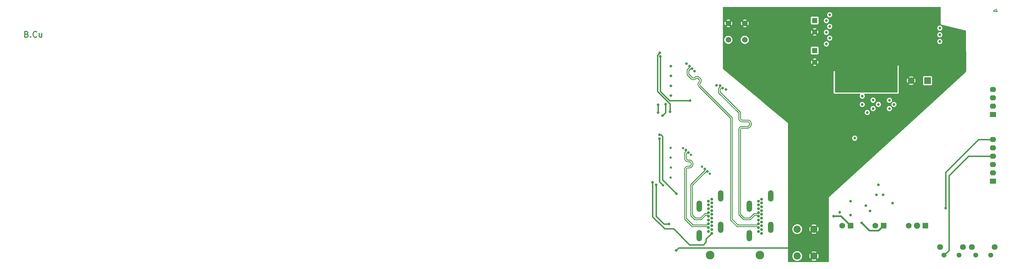
<source format=gbr>
%TF.GenerationSoftware,KiCad,Pcbnew,8.0.4-8.0.4-0~ubuntu22.04.1*%
%TF.CreationDate,2024-08-18T08:57:28-07:00*%
%TF.ProjectId,NX-J401-Adapter,4e582d4a-3430-4312-9d41-646170746572,3*%
%TF.SameCoordinates,Original*%
%TF.FileFunction,Copper,L4,Bot*%
%TF.FilePolarity,Positive*%
%FSLAX46Y46*%
G04 Gerber Fmt 4.6, Leading zero omitted, Abs format (unit mm)*
G04 Created by KiCad (PCBNEW 8.0.4-8.0.4-0~ubuntu22.04.1) date 2024-08-18 08:57:28*
%MOMM*%
%LPD*%
G01*
G04 APERTURE LIST*
%ADD10C,0.300000*%
%TA.AperFunction,NonConductor*%
%ADD11C,0.300000*%
%TD*%
%TA.AperFunction,ComponentPad*%
%ADD12R,1.600000X1.600000*%
%TD*%
%TA.AperFunction,ComponentPad*%
%ADD13C,1.600000*%
%TD*%
%TA.AperFunction,ComponentPad*%
%ADD14C,1.498600*%
%TD*%
%TA.AperFunction,ComponentPad*%
%ADD15C,1.803400*%
%TD*%
%TA.AperFunction,ComponentPad*%
%ADD16C,2.200000*%
%TD*%
%TA.AperFunction,ComponentPad*%
%ADD17R,1.778000X1.778000*%
%TD*%
%TA.AperFunction,ComponentPad*%
%ADD18C,1.905000*%
%TD*%
%TA.AperFunction,ComponentPad*%
%ADD19C,1.778000*%
%TD*%
%TA.AperFunction,ComponentPad*%
%ADD20R,2.000000X2.000000*%
%TD*%
%TA.AperFunction,ComponentPad*%
%ADD21C,2.000000*%
%TD*%
%TA.AperFunction,ComponentPad*%
%ADD22C,1.701800*%
%TD*%
%TA.AperFunction,ComponentPad*%
%ADD23R,1.905000X1.600200*%
%TD*%
%TA.AperFunction,ComponentPad*%
%ADD24O,1.905000X1.600200*%
%TD*%
%TA.AperFunction,ComponentPad*%
%ADD25C,0.889000*%
%TD*%
%TA.AperFunction,ComponentPad*%
%ADD26O,1.660000X3.460000*%
%TD*%
%TA.AperFunction,ComponentPad*%
%ADD27C,2.625000*%
%TD*%
%TA.AperFunction,ViaPad*%
%ADD28C,0.812800*%
%TD*%
%TA.AperFunction,ViaPad*%
%ADD29C,0.711200*%
%TD*%
%TA.AperFunction,Conductor*%
%ADD30C,0.381000*%
%TD*%
%TA.AperFunction,Conductor*%
%ADD31C,0.259588*%
%TD*%
%TA.AperFunction,Conductor*%
%ADD32C,0.508000*%
%TD*%
G04 APERTURE END LIST*
D10*
D11*
G36*
X328547006Y-81828330D02*
G01*
X328878200Y-81828330D01*
X328878200Y-82123619D01*
X328547006Y-82123619D01*
X328547006Y-82280057D01*
X328302275Y-82280057D01*
X328302275Y-82123619D01*
X327381968Y-82123619D01*
X327381968Y-81828330D01*
X327662603Y-81828330D01*
X328302275Y-81828330D01*
X328302275Y-81437785D01*
X327662603Y-81828330D01*
X327381968Y-81828330D01*
X327381968Y-81775573D01*
X328297878Y-81228958D01*
X328547006Y-81228958D01*
X328547006Y-81828330D01*
G37*
D10*
D11*
X33217368Y-89005474D02*
X33471368Y-89090141D01*
X33471368Y-89090141D02*
X33556034Y-89174807D01*
X33556034Y-89174807D02*
X33640701Y-89344141D01*
X33640701Y-89344141D02*
X33640701Y-89598141D01*
X33640701Y-89598141D02*
X33556034Y-89767474D01*
X33556034Y-89767474D02*
X33471368Y-89852141D01*
X33471368Y-89852141D02*
X33302034Y-89936807D01*
X33302034Y-89936807D02*
X32624701Y-89936807D01*
X32624701Y-89936807D02*
X32624701Y-88158807D01*
X32624701Y-88158807D02*
X33217368Y-88158807D01*
X33217368Y-88158807D02*
X33386701Y-88243474D01*
X33386701Y-88243474D02*
X33471368Y-88328141D01*
X33471368Y-88328141D02*
X33556034Y-88497474D01*
X33556034Y-88497474D02*
X33556034Y-88666807D01*
X33556034Y-88666807D02*
X33471368Y-88836141D01*
X33471368Y-88836141D02*
X33386701Y-88920807D01*
X33386701Y-88920807D02*
X33217368Y-89005474D01*
X33217368Y-89005474D02*
X32624701Y-89005474D01*
X34402701Y-89767474D02*
X34487368Y-89852141D01*
X34487368Y-89852141D02*
X34402701Y-89936807D01*
X34402701Y-89936807D02*
X34318034Y-89852141D01*
X34318034Y-89852141D02*
X34402701Y-89767474D01*
X34402701Y-89767474D02*
X34402701Y-89936807D01*
X36265368Y-89767474D02*
X36180701Y-89852141D01*
X36180701Y-89852141D02*
X35926701Y-89936807D01*
X35926701Y-89936807D02*
X35757368Y-89936807D01*
X35757368Y-89936807D02*
X35503368Y-89852141D01*
X35503368Y-89852141D02*
X35334035Y-89682807D01*
X35334035Y-89682807D02*
X35249368Y-89513474D01*
X35249368Y-89513474D02*
X35164701Y-89174807D01*
X35164701Y-89174807D02*
X35164701Y-88920807D01*
X35164701Y-88920807D02*
X35249368Y-88582141D01*
X35249368Y-88582141D02*
X35334035Y-88412807D01*
X35334035Y-88412807D02*
X35503368Y-88243474D01*
X35503368Y-88243474D02*
X35757368Y-88158807D01*
X35757368Y-88158807D02*
X35926701Y-88158807D01*
X35926701Y-88158807D02*
X36180701Y-88243474D01*
X36180701Y-88243474D02*
X36265368Y-88328141D01*
X37789368Y-88751474D02*
X37789368Y-89936807D01*
X37027368Y-88751474D02*
X37027368Y-89682807D01*
X37027368Y-89682807D02*
X37112035Y-89852141D01*
X37112035Y-89852141D02*
X37281368Y-89936807D01*
X37281368Y-89936807D02*
X37535368Y-89936807D01*
X37535368Y-89936807D02*
X37704701Y-89852141D01*
X37704701Y-89852141D02*
X37789368Y-89767474D01*
D12*
%TO.P,C2,1*%
%TO.N,/+18V_OUT*%
X273050000Y-93980000D03*
D13*
%TO.P,C2,2*%
%TO.N,GND*%
X273050000Y-97480000D03*
%TD*%
D14*
%TO.P,SW2,1,1*%
%TO.N,/~{REC}*%
X322108000Y-156285700D03*
%TO.P,SW2,2,2*%
%TO.N,/RTN*%
X326608001Y-156285700D03*
D15*
%TO.P,SW2,3*%
%TO.N,N/C*%
X320858001Y-153785824D03*
%TO.P,SW2,4*%
X327858000Y-153785824D03*
%TD*%
D12*
%TO.P,C1,1*%
%TO.N,/+18V_OUT*%
X273050000Y-84785200D03*
D13*
%TO.P,C1,2*%
%TO.N,GND*%
X273050000Y-88285200D03*
%TD*%
D16*
%TO.P,J9,1,Pin_1*%
%TO.N,/V_BAT*%
X267741400Y-148365600D03*
X267741400Y-156565600D03*
%TO.P,J9,2,Pin_2*%
%TO.N,GND*%
X272821400Y-148365600D03*
X272821400Y-156565600D03*
%TD*%
D17*
%TO.P,J8,1,Pin_1*%
%TO.N,/RTN*%
X306705000Y-147320000D03*
D18*
%TO.P,J8,2,Pin_2*%
%TO.N,/UART2_RXD*%
X304165000Y-147320000D03*
D19*
%TO.P,J8,3,Pin_3*%
%TO.N,/UART2_TXD*%
X301625000Y-147320000D03*
%TD*%
D17*
%TO.P,J6,1,Pin_1*%
%TO.N,/CAN_L*%
X294081200Y-147294600D03*
D19*
%TO.P,J6,2,Pin_2*%
%TO.N,/CAN_H*%
X291541200Y-147294600D03*
%TD*%
D14*
%TO.P,SW1,1,1*%
%TO.N,/~{SYS_RESET}*%
X312456000Y-156285700D03*
%TO.P,SW1,2,2*%
%TO.N,/RTN*%
X316956001Y-156285700D03*
D15*
%TO.P,SW1,3*%
%TO.N,N/C*%
X311206001Y-153785824D03*
%TO.P,SW1,4*%
X318206000Y-153785824D03*
%TD*%
D20*
%TO.P,C5,1*%
%TO.N,/Power Supply/V_IN*%
X307421677Y-103124000D03*
D21*
%TO.P,C5,2*%
%TO.N,GND*%
X302421677Y-103124000D03*
%TD*%
D22*
%TO.P,J1,1,Pin_1*%
%TO.N,/+18V_OUT*%
X246786400Y-90674200D03*
X251786400Y-90674200D03*
%TO.P,J1,2,Pin_2*%
%TO.N,GND*%
X246786400Y-85674200D03*
X251786400Y-85674200D03*
%TD*%
D17*
%TO.P,J7,1,Pin_1*%
%TO.N,/CAN_L*%
X283946600Y-147320000D03*
D19*
%TO.P,J7,2,Pin_2*%
%TO.N,/CAN_H*%
X281406600Y-147320000D03*
%TD*%
D23*
%TO.P,J5,1,Pin_1*%
%TO.N,/RTN*%
X327304400Y-133756400D03*
D24*
%TO.P,J5,2,Pin_2*%
%TO.N,/UART2_RXD*%
X327304400Y-131216400D03*
%TO.P,J5,3,Pin_3*%
%TO.N,/UART2_TXD*%
X327304400Y-128676400D03*
%TO.P,J5,4,Pin_4*%
%TO.N,/~{SYS_RESET}*%
X327304400Y-126136400D03*
%TO.P,J5,5,Pin_5*%
%TO.N,/RTN*%
X327304400Y-123596400D03*
%TO.P,J5,6,Pin_6*%
%TO.N,/~{REC}*%
X327304400Y-121056400D03*
%TD*%
D23*
%TO.P,J3,1,Pin_1*%
%TO.N,GNDD*%
X327304400Y-113436400D03*
D24*
%TO.P,J3,2,Pin_2*%
%TO.N,/3V3_CAN*%
X327304400Y-110896400D03*
%TO.P,J3,3,Pin_3*%
%TO.N,/CAN_TX*%
X327304400Y-108356400D03*
%TO.P,J3,4,Pin_4*%
%TO.N,/CAN_RX*%
X327304400Y-105816400D03*
%TD*%
D25*
%TO.P,J10,1,D2+*%
%TO.N,/MIPI-HDMI-1/CAM_MCLK*%
X241697000Y-149636400D03*
%TO.P,J10,2,D2S*%
%TO.N,/MIPI-HDMI-1/GND_MIPI*%
X240697000Y-149058900D03*
%TO.P,J10,3,D2-*%
%TO.N,/MIPI-HDMI-1/PWR_DN_LS*%
X241697000Y-148481400D03*
%TO.P,J10,4,D1+*%
%TO.N,/MIPI-HDMI-1/CAM_CK_P*%
X240697000Y-147903900D03*
%TO.P,J10,5,D1S*%
%TO.N,/MIPI-HDMI-1/GND_MIPI*%
X241697000Y-147326400D03*
%TO.P,J10,6,D1-*%
%TO.N,/MIPI-HDMI-1/CAM_CK_N*%
X240697000Y-146748900D03*
%TO.P,J10,7,D0+*%
%TO.N,/MIPI-HDMI-1/CAM_D1_P*%
X241697000Y-146171400D03*
%TO.P,J10,8,D0S*%
%TO.N,/MIPI-HDMI-1/GND_MIPI*%
X240697000Y-145593900D03*
%TO.P,J10,9,D0-*%
%TO.N,/MIPI-HDMI-1/CAM_D1_N*%
X241697000Y-145016400D03*
%TO.P,J10,10,CK+*%
%TO.N,/MIPI-HDMI-1/CAM_D0_P*%
X240697000Y-144438900D03*
%TO.P,J10,11,CKS*%
%TO.N,/MIPI-HDMI-1/GND_MIPI*%
X241697000Y-143861400D03*
%TO.P,J10,12,CK-*%
%TO.N,/MIPI-HDMI-1/CAM_D0_N*%
X240697000Y-143283900D03*
%TO.P,J10,13,CEC*%
%TO.N,unconnected-(J10-CEC-Pad13)*%
X241697000Y-142706400D03*
%TO.P,J10,14,UTILITY*%
%TO.N,unconnected-(J10-UTILITY-Pad14)*%
X240697000Y-142128900D03*
%TO.P,J10,15,SCL*%
%TO.N,/MIPI-HDMI-1/CAM_SCL*%
X241697000Y-141551400D03*
%TO.P,J10,16,SDA*%
%TO.N,/MIPI-HDMI-1/CAM_SDA*%
X240697000Y-140973900D03*
%TO.P,J10,17,GND*%
%TO.N,/MIPI-HDMI-1/GND_MIPI*%
X241697000Y-140396400D03*
%TO.P,J10,18,+5V*%
%TO.N,/MIPI-HDMI-1/CAM_3V3*%
X240697000Y-139818900D03*
%TO.P,J10,19,HPD*%
%TO.N,unconnected-(J10-HPD-Pad19)*%
X241697000Y-139241400D03*
D26*
%TO.P,J10,SH,SH*%
%TO.N,/MIPI-HDMI-1/GND_MIPI*%
X237947000Y-141386400D03*
X237947000Y-150386400D03*
D27*
X241197000Y-156316400D03*
D26*
X244447000Y-138286400D03*
X244447000Y-147786400D03*
%TD*%
D25*
%TO.P,J11,1,D2+*%
%TO.N,/MIPI-HDMI-2/CAM_MCLK*%
X256911600Y-149636400D03*
%TO.P,J11,2,D2S*%
%TO.N,/MIPI-HDMI-2/GND_MIPI*%
X255911600Y-149058900D03*
%TO.P,J11,3,D2-*%
%TO.N,/MIPI-HDMI-2/PWR_DN_LS*%
X256911600Y-148481400D03*
%TO.P,J11,4,D1+*%
%TO.N,/MIPI-HDMI-2/CAM_CK_P*%
X255911600Y-147903900D03*
%TO.P,J11,5,D1S*%
%TO.N,/MIPI-HDMI-2/GND_MIPI*%
X256911600Y-147326400D03*
%TO.P,J11,6,D1-*%
%TO.N,/MIPI-HDMI-2/CAM_CK_N*%
X255911600Y-146748900D03*
%TO.P,J11,7,D0+*%
%TO.N,/MIPI-HDMI-2/CAM_D1_P*%
X256911600Y-146171400D03*
%TO.P,J11,8,D0S*%
%TO.N,/MIPI-HDMI-2/GND_MIPI*%
X255911600Y-145593900D03*
%TO.P,J11,9,D0-*%
%TO.N,/MIPI-HDMI-2/CAM_D1_N*%
X256911600Y-145016400D03*
%TO.P,J11,10,CK+*%
%TO.N,/MIPI-HDMI-2/CAM_D0_P*%
X255911600Y-144438900D03*
%TO.P,J11,11,CKS*%
%TO.N,/MIPI-HDMI-2/GND_MIPI*%
X256911600Y-143861400D03*
%TO.P,J11,12,CK-*%
%TO.N,/MIPI-HDMI-2/CAM_D0_N*%
X255911600Y-143283900D03*
%TO.P,J11,13,CEC*%
%TO.N,unconnected-(J11-CEC-Pad13)*%
X256911600Y-142706400D03*
%TO.P,J11,14,UTILITY*%
%TO.N,unconnected-(J11-UTILITY-Pad14)*%
X255911600Y-142128900D03*
%TO.P,J11,15,SCL*%
%TO.N,/MIPI-HDMI-2/CAM_SCL*%
X256911600Y-141551400D03*
%TO.P,J11,16,SDA*%
%TO.N,/MIPI-HDMI-2/CAM_SDA*%
X255911600Y-140973900D03*
%TO.P,J11,17,GND*%
%TO.N,/MIPI-HDMI-2/GND_MIPI*%
X256911600Y-140396400D03*
%TO.P,J11,18,+5V*%
%TO.N,/MIPI-HDMI-2/CAM_3V3*%
X255911600Y-139818900D03*
%TO.P,J11,19,HPD*%
%TO.N,unconnected-(J11-HPD-Pad19)*%
X256911600Y-139241400D03*
D26*
%TO.P,J11,SH,SH*%
%TO.N,/MIPI-HDMI-2/GND_MIPI*%
X253161600Y-141386400D03*
X253161600Y-150386400D03*
D27*
X256411600Y-156316400D03*
D26*
X259661600Y-138286400D03*
X259661600Y-147786400D03*
%TD*%
D28*
%TO.N,GND*%
X289052000Y-117221010D03*
X282702000Y-96266000D03*
X282701982Y-94234000D03*
D29*
X280898600Y-105359200D03*
X286512000Y-104266998D03*
D28*
X303174400Y-83515200D03*
X289065822Y-100813988D03*
X285242000Y-128778000D03*
X230886000Y-154863800D03*
X282702000Y-95250000D03*
X303174400Y-94843600D03*
X292455600Y-105410000D03*
X291084000Y-117221000D03*
%TO.N,/+18V_OUT*%
X276606000Y-91948000D03*
X276606000Y-84836000D03*
X277622000Y-86614000D03*
X277622000Y-83058000D03*
X277622000Y-90170000D03*
X276606000Y-88392000D03*
%TO.N,/Power Supply/V_IN*%
X292430204Y-110362988D03*
X311150000Y-89154000D03*
X295783000Y-111633000D03*
X311150000Y-87122000D03*
X295783034Y-109093000D03*
X297180008Y-110388408D03*
X311150000Y-91186000D03*
%TO.N,/MIPI-HDMI-2/GND_MIPI*%
X229235000Y-98679000D03*
X229260400Y-104698800D03*
X245999000Y-105791000D03*
X236499400Y-100253800D03*
X243154200Y-104571800D03*
X229235000Y-107721400D03*
X234035600Y-97967800D03*
X229260400Y-101676200D03*
%TO.N,/MIPI-HDMI-2/CAM_D0_N*%
X245004571Y-105355371D03*
%TO.N,/MIPI-HDMI-2/CAM_D0_P*%
X244250229Y-104601029D03*
%TO.N,/MIPI-HDMI-2/CAM_CK_N*%
X235682771Y-99437171D03*
%TO.N,/MIPI-HDMI-2/CAM_CK_P*%
X234928429Y-98682829D03*
%TO.N,/MIPI-HDMI-2/PWR_DN_LS*%
X227685600Y-110337600D03*
X226745804Y-113766596D03*
%TO.N,/MIPI-HDMI-2/CAM_MCLK*%
X225386900Y-110439200D03*
X225399600Y-112826800D03*
%TO.N,/MIPI-HDMI-2/CAM_SCL*%
X235077000Y-109194600D03*
X226034600Y-95732600D03*
%TO.N,/MIPI-HDMI-2/CAM_SDA*%
X225880128Y-94677041D03*
X229006400Y-112623600D03*
D29*
%TO.N,/MIPI-HDMI-1/GND_MIPI*%
X229209600Y-132638800D03*
X229209600Y-126593600D03*
X229235000Y-129616200D03*
X238734600Y-129387600D03*
X241147600Y-131495800D03*
X229209600Y-123621800D03*
X235381800Y-125730000D03*
X232994200Y-123672600D03*
D28*
%TO.N,/MIPI-HDMI-1/CAM_D0_N*%
X240381771Y-130780771D03*
%TO.N,/MIPI-HDMI-1/CAM_D0_P*%
X239627429Y-130026429D03*
%TO.N,/MIPI-HDMI-1/CAM_CK_N*%
X234641371Y-125014971D03*
%TO.N,/MIPI-HDMI-1/CAM_CK_P*%
X233887029Y-124260629D03*
%TO.N,/MIPI-HDMI-1/PWR_DN_LS*%
X228676200Y-146786600D03*
X224802358Y-134899999D03*
%TO.N,/MIPI-HDMI-1/CAM_MCLK*%
X223697800Y-134137400D03*
D29*
%TO.N,/MIPI-HDMI-1/CAM_SCL*%
X226872800Y-135026400D03*
D28*
X225780600Y-120777000D03*
%TO.N,/MIPI-HDMI-1/CAM_SDA*%
X230987600Y-137566400D03*
X225806000Y-119634000D03*
%TO.N,/3V3_CAN*%
X292430200Y-134823200D03*
X283972000Y-144119600D03*
%TO.N,GNDD*%
X293878000Y-137947400D03*
X283972000Y-139877800D03*
X296738000Y-140434541D03*
X289864800Y-142824200D03*
X291846000Y-137947400D03*
X280695400Y-143281400D03*
X288594800Y-141249400D03*
%TO.N,/V_BAT*%
X287528000Y-107848400D03*
X285242000Y-120650000D03*
X290830000Y-111633000D03*
X289052000Y-112828307D03*
X287528000Y-110388400D03*
X290830000Y-109067600D03*
%TO.N,/CAN_L*%
X278792700Y-144425300D03*
X287324800Y-146481800D03*
%TO.N,/~{REC}*%
X312902600Y-142011400D03*
%TD*%
D30*
%TO.N,GND*%
X270332200Y-154076400D02*
X269138400Y-154076400D01*
X269138400Y-154076400D02*
X231673400Y-154076400D01*
X272821400Y-156565600D02*
X270332200Y-154076400D01*
X231673400Y-154076400D02*
X230886000Y-154863800D01*
D31*
%TO.N,/MIPI-HDMI-2/CAM_D0_N*%
X250446794Y-118446321D02*
X250446794Y-118762200D01*
X250446794Y-112745832D02*
X250446794Y-114636321D01*
X255590894Y-143604606D02*
X255911600Y-143283900D01*
X252706416Y-117560115D02*
X250952000Y-117560115D01*
X250446794Y-143810032D02*
X251566368Y-144929606D01*
X253258632Y-144929606D02*
X254583632Y-143604606D01*
X250952000Y-115141527D02*
X252706416Y-115141527D01*
X254583632Y-143604606D02*
X255590894Y-143604606D01*
X253725210Y-116160321D02*
X253725210Y-116541321D01*
X244299994Y-105668768D02*
X244299994Y-106599032D01*
X251566368Y-144929606D02*
X253258632Y-144929606D01*
X250446794Y-118065321D02*
X250446794Y-118446321D01*
X245004571Y-105355371D02*
X244613391Y-105355371D01*
X244299994Y-106599032D02*
X250446794Y-112745832D01*
X250446794Y-118762200D02*
X250446794Y-143810032D01*
X244613391Y-105355371D02*
X244299994Y-105668768D01*
X252706416Y-115141527D02*
G75*
G02*
X253725173Y-116160321I-16J-1018773D01*
G01*
X250446794Y-114636321D02*
G75*
G03*
X250952000Y-115141506I505206J21D01*
G01*
X253725210Y-116541321D02*
G75*
G02*
X252706416Y-117560110I-1018810J21D01*
G01*
X250952000Y-117560115D02*
G75*
G03*
X250446815Y-118065321I0J-505185D01*
G01*
%TO.N,/MIPI-HDMI-2/CAM_D0_P*%
X243786406Y-106811768D02*
X249933206Y-112958568D01*
X249933206Y-118762200D02*
X249933206Y-144022768D01*
X251353632Y-145443194D02*
X253471368Y-145443194D01*
X244250229Y-104601029D02*
X244250229Y-104992209D01*
X249933206Y-118065321D02*
X249933206Y-118446321D01*
X249933206Y-144022768D02*
X251353632Y-145443194D01*
X250952000Y-115655115D02*
X252706416Y-115655115D01*
X252706416Y-117046527D02*
X250952000Y-117046527D01*
X243786406Y-105456032D02*
X243786406Y-106811768D01*
X255590894Y-144118194D02*
X255911600Y-144438900D01*
X249933206Y-112958568D02*
X249933206Y-114636321D01*
X254796368Y-144118194D02*
X255590894Y-144118194D01*
X253471368Y-145443194D02*
X254796368Y-144118194D01*
X249933206Y-118446321D02*
X249933206Y-118762200D01*
X244250229Y-104992209D02*
X243786406Y-105456032D01*
X253211622Y-116160321D02*
X253211622Y-116541321D01*
X250952000Y-117046527D02*
G75*
G03*
X249933227Y-118065321I0J-1018773D01*
G01*
X253211622Y-116541321D02*
G75*
G02*
X252706416Y-117046522I-505222J21D01*
G01*
X252706416Y-115655115D02*
G75*
G02*
X253211585Y-116160321I-16J-505185D01*
G01*
X249933206Y-114636321D02*
G75*
G03*
X250952000Y-115655094I1018794J21D01*
G01*
%TO.N,/MIPI-HDMI-2/CAM_CK_N*%
X235765180Y-102179018D02*
X235765178Y-102179017D01*
X246645125Y-113058963D02*
X247932194Y-114346032D01*
X235291591Y-99437171D02*
X234673394Y-100055368D01*
X238459257Y-104873096D02*
X246645125Y-113058963D01*
X234673394Y-101087232D02*
X235765180Y-102179018D01*
X238230254Y-103848813D02*
X238189847Y-103889217D01*
X237960846Y-102138613D02*
X238230254Y-102408021D01*
X238189848Y-104603687D02*
X238459257Y-104873096D01*
X255590894Y-147069606D02*
X255911600Y-146748900D01*
X236479648Y-102179018D02*
X236520054Y-102138613D01*
X247932194Y-145359432D02*
X249642368Y-147069606D01*
X235682771Y-99437171D02*
X235291591Y-99437171D01*
X234673394Y-100055368D02*
X234673394Y-101087232D01*
X249642368Y-147069606D02*
X255590894Y-147069606D01*
X247932194Y-114346032D02*
X247932194Y-145359432D01*
X238189847Y-103889217D02*
G75*
G03*
X238189799Y-104603735I357253J-357283D01*
G01*
X238230254Y-102408021D02*
G75*
G02*
X238230237Y-103848796I-720354J-720379D01*
G01*
X236520054Y-102138613D02*
G75*
G02*
X237960846Y-102138613I720396J-720395D01*
G01*
X235765178Y-102179017D02*
G75*
G03*
X236479634Y-102179005I357222J357217D01*
G01*
%TO.N,/MIPI-HDMI-2/CAM_CK_P*%
X238096096Y-105236257D02*
X246281963Y-113422125D01*
X255590894Y-147583194D02*
X255911600Y-147903900D01*
X234928429Y-98682829D02*
X234928429Y-99074009D01*
X237826687Y-104966848D02*
X238096096Y-105236257D01*
X236842811Y-102542180D02*
X236883215Y-102501773D01*
X234159806Y-101299968D02*
X235402018Y-102542180D01*
X249429632Y-147583194D02*
X255590894Y-147583194D01*
X234159806Y-99842632D02*
X234159806Y-101299968D01*
X247418606Y-145572168D02*
X249429632Y-147583194D01*
X237867092Y-103485650D02*
X237826687Y-103526056D01*
X246281963Y-113422125D02*
X247418606Y-114558768D01*
X235402018Y-102542180D02*
X235402017Y-102542178D01*
X234928429Y-99074009D02*
X234159806Y-99842632D01*
X247418606Y-114558768D02*
X247418606Y-145572168D01*
X237597685Y-102501774D02*
X237867093Y-102771182D01*
X237826687Y-103526056D02*
G75*
G03*
X237826639Y-104966896I720413J-720444D01*
G01*
X235402017Y-102542178D02*
G75*
G03*
X236842796Y-102542165I720383J720378D01*
G01*
X236883215Y-102501773D02*
G75*
G02*
X237597635Y-102501823I357185J-357227D01*
G01*
X237867093Y-102771182D02*
G75*
G02*
X237867077Y-103485634I-357193J-357218D01*
G01*
D30*
%TO.N,/MIPI-HDMI-2/PWR_DN_LS*%
X227685600Y-112826800D02*
X226745804Y-113766596D01*
X227685600Y-110337600D02*
X227685600Y-112826800D01*
%TO.N,/MIPI-HDMI-2/CAM_MCLK*%
X225399600Y-112826800D02*
X225399600Y-110451900D01*
X225399600Y-110451900D02*
X225386900Y-110439200D01*
%TO.N,/MIPI-HDMI-2/CAM_SCL*%
X226034600Y-106375200D02*
X226034600Y-95732600D01*
X228879400Y-109220000D02*
X226034600Y-106375200D01*
X235051600Y-109220000D02*
X228879400Y-109220000D01*
X235077000Y-109194600D02*
X235051600Y-109220000D01*
%TO.N,/MIPI-HDMI-2/CAM_SDA*%
X225183700Y-95373469D02*
X225183700Y-106438700D01*
X225183700Y-106438700D02*
X228981000Y-110236000D01*
X228981000Y-110236000D02*
X228981000Y-112598200D01*
X225880128Y-94677041D02*
X225183700Y-95373469D01*
X228981000Y-112598200D02*
X229006400Y-112623600D01*
D31*
%TO.N,/MIPI-HDMI-1/CAM_D0_N*%
X240376294Y-143604606D02*
X239597632Y-143604606D01*
X235816394Y-144013232D02*
X235816394Y-134954968D01*
X236707368Y-144904206D02*
X235816394Y-144013232D01*
X238298032Y-144904206D02*
X236707368Y-144904206D01*
X240697000Y-143283900D02*
X240376294Y-143604606D01*
X235816394Y-134954968D02*
X239990591Y-130780771D01*
X239597632Y-143604606D02*
X238298032Y-144904206D01*
X239990591Y-130780771D02*
X240381771Y-130780771D01*
%TO.N,/MIPI-HDMI-1/CAM_D0_P*%
X239627429Y-130417609D02*
X239627429Y-130026429D01*
X240376294Y-144118194D02*
X239810368Y-144118194D01*
X238510768Y-145417794D02*
X236494632Y-145417794D01*
X235302806Y-134742232D02*
X239627429Y-130417609D01*
X240697000Y-144438900D02*
X240376294Y-144118194D01*
X236494632Y-145417794D02*
X235302806Y-144225968D01*
X239810368Y-144118194D02*
X238510768Y-145417794D01*
X235302806Y-144225968D02*
X235302806Y-134742232D01*
%TO.N,/MIPI-HDMI-1/CAM_CK_N*%
X233936794Y-130213135D02*
X233936794Y-130594135D01*
X234442000Y-127289341D02*
X234938304Y-127289341D01*
X235957098Y-128308135D02*
X235957098Y-128689135D01*
X234641371Y-125014971D02*
X234250191Y-125014971D01*
X240376294Y-147069606D02*
X240697000Y-146748900D01*
X234938304Y-129707929D02*
X234442000Y-129707929D01*
X235951768Y-147069606D02*
X240376294Y-147069606D01*
X233936794Y-131597661D02*
X233936794Y-145054632D01*
X234250191Y-125014971D02*
X233936794Y-125328368D01*
X233936794Y-145054632D02*
X235951768Y-147069606D01*
X233936794Y-130594135D02*
X233936794Y-131597661D01*
X233936794Y-125328368D02*
X233936794Y-126784135D01*
X234442000Y-129707929D02*
G75*
G03*
X233936829Y-130213135I0J-505171D01*
G01*
X233936794Y-126784135D02*
G75*
G03*
X234442000Y-127289306I505206J35D01*
G01*
X234938304Y-127289341D02*
G75*
G02*
X235957059Y-128308135I-4J-1018759D01*
G01*
X235957098Y-128689135D02*
G75*
G02*
X234938304Y-129707898I-1018798J35D01*
G01*
%TO.N,/MIPI-HDMI-1/CAM_CK_P*%
X233423206Y-130213135D02*
X233423206Y-130594135D01*
X235443510Y-128308135D02*
X235443510Y-128689135D01*
X233423206Y-145267368D02*
X235739032Y-147583194D01*
X233887029Y-124260629D02*
X233887029Y-124651809D01*
X234938304Y-129194341D02*
X234442000Y-129194341D01*
X235739032Y-147583194D02*
X240376294Y-147583194D01*
X240376294Y-147583194D02*
X240697000Y-147903900D01*
X233423206Y-125115632D02*
X233423206Y-126784135D01*
X233423206Y-131597661D02*
X233423206Y-145267368D01*
X233423206Y-130594135D02*
X233423206Y-131597661D01*
X234442000Y-127802929D02*
X234938304Y-127802929D01*
X233887029Y-124651809D02*
X233423206Y-125115632D01*
X235443510Y-128689135D02*
G75*
G02*
X234938304Y-129194310I-505210J35D01*
G01*
X233423206Y-126784135D02*
G75*
G03*
X234442000Y-127802894I1018794J35D01*
G01*
X234938304Y-127802929D02*
G75*
G02*
X235443471Y-128308135I-4J-505171D01*
G01*
X234442000Y-129194341D02*
G75*
G03*
X233423241Y-130213135I0J-1018759D01*
G01*
D30*
%TO.N,/MIPI-HDMI-1/PWR_DN_LS*%
X224802358Y-144462158D02*
X227126800Y-146786600D01*
X224802358Y-134899999D02*
X224802358Y-144462158D01*
X227126800Y-146786600D02*
X228676200Y-146786600D01*
%TO.N,/MIPI-HDMI-1/CAM_MCLK*%
X227406200Y-148259800D02*
X223723200Y-144576800D01*
X239979200Y-152273000D02*
X239141000Y-153111200D01*
X241697000Y-149636400D02*
X239979200Y-151354200D01*
X239979200Y-151354200D02*
X239979200Y-152273000D01*
X223723200Y-134162800D02*
X223697800Y-134137400D01*
X223723200Y-144576800D02*
X223723200Y-134162800D01*
X230124000Y-148259800D02*
X227406200Y-148259800D01*
X234975400Y-153111200D02*
X230124000Y-148259800D01*
X239141000Y-153111200D02*
X234975400Y-153111200D01*
%TO.N,/MIPI-HDMI-1/CAM_SCL*%
X225780600Y-120777000D02*
X225780600Y-133934200D01*
X225780600Y-133934200D02*
X226872800Y-135026400D01*
%TO.N,/MIPI-HDMI-1/CAM_SDA*%
X226771200Y-133350000D02*
X230987600Y-137566400D01*
X226771200Y-120091200D02*
X226771200Y-133350000D01*
X226314000Y-119634000D02*
X226771200Y-120091200D01*
X225806000Y-119634000D02*
X226314000Y-119634000D01*
D32*
%TO.N,/CAN_L*%
X289712400Y-148869400D02*
X292506400Y-148869400D01*
X278792700Y-144425300D02*
X281091900Y-144425300D01*
X281091900Y-144425300D02*
X283961200Y-147294600D01*
X287324800Y-146481800D02*
X289712400Y-148869400D01*
X292506400Y-148869400D02*
X294081200Y-147294600D01*
D30*
%TO.N,/~{REC}*%
X327304400Y-121056400D02*
X322935600Y-121056400D01*
X312902600Y-131089400D02*
X312902600Y-142011400D01*
X322935600Y-121056400D02*
X312902600Y-131089400D01*
%TO.N,/~{SYS_RESET}*%
X313944000Y-154797700D02*
X313944000Y-132080000D01*
X312456000Y-156285700D02*
X313944000Y-154797700D01*
X313944000Y-132080000D02*
X319887600Y-126136400D01*
X319887600Y-126136400D02*
X327304400Y-126136400D01*
%TD*%
%TA.AperFunction,Conductor*%
%TO.N,GND*%
G36*
X311347039Y-80665185D02*
G01*
X311392794Y-80717989D01*
X311404000Y-80769500D01*
X311404000Y-85979000D01*
X319010733Y-87880683D01*
X319070995Y-87916039D01*
X319102577Y-87978363D01*
X319104656Y-88000520D01*
X319149923Y-100192535D01*
X319148791Y-100209717D01*
X319128569Y-100358304D01*
X319119265Y-100391375D01*
X319062548Y-100520729D01*
X319044528Y-100549977D01*
X318948929Y-100665532D01*
X318937076Y-100677986D01*
X305647668Y-112828303D01*
X277574524Y-138495177D01*
X277574519Y-138495182D01*
X277368000Y-138684000D01*
X277368000Y-138963821D01*
X277368000Y-158244500D01*
X277348315Y-158311539D01*
X277295511Y-158357294D01*
X277244000Y-158368500D01*
X265046000Y-158368500D01*
X264978961Y-158348815D01*
X264933206Y-158296011D01*
X264922000Y-158244500D01*
X264922000Y-156565594D01*
X266254823Y-156565594D01*
X266254823Y-156565605D01*
X266275096Y-156810274D01*
X266275098Y-156810286D01*
X266335369Y-157048291D01*
X266433994Y-157273131D01*
X266568279Y-157478671D01*
X266568282Y-157478674D01*
X266734569Y-157659310D01*
X266928319Y-157810112D01*
X267144249Y-157926968D01*
X267376467Y-158006688D01*
X267618639Y-158047100D01*
X267618640Y-158047100D01*
X267864160Y-158047100D01*
X267864161Y-158047100D01*
X268106333Y-158006688D01*
X268338551Y-157926968D01*
X268554481Y-157810112D01*
X268748231Y-157659310D01*
X268914518Y-157478674D01*
X269048805Y-157273132D01*
X269147430Y-157048291D01*
X269207702Y-156810283D01*
X269208752Y-156797615D01*
X269227977Y-156565605D01*
X269227977Y-156565594D01*
X269227977Y-156565593D01*
X271411785Y-156565593D01*
X271411785Y-156565606D01*
X271431008Y-156797607D01*
X271431010Y-156797615D01*
X271488162Y-157023302D01*
X271581680Y-157236502D01*
X271629021Y-157308963D01*
X272277439Y-156660547D01*
X272308882Y-156777892D01*
X272381290Y-156903308D01*
X272483692Y-157005710D01*
X272609108Y-157078118D01*
X272726452Y-157109560D01*
X272076314Y-157759697D01*
X272076314Y-157759699D01*
X272255153Y-157856483D01*
X272255171Y-157856490D01*
X272475357Y-157932080D01*
X272704995Y-157970400D01*
X272937805Y-157970400D01*
X273167442Y-157932080D01*
X273387634Y-157856488D01*
X273387636Y-157856487D01*
X273566484Y-157759699D01*
X273566484Y-157759697D01*
X272916347Y-157109560D01*
X273033692Y-157078118D01*
X273159108Y-157005710D01*
X273261510Y-156903308D01*
X273333918Y-156777892D01*
X273365360Y-156660548D01*
X274013776Y-157308964D01*
X274061116Y-157236506D01*
X274061121Y-157236498D01*
X274154637Y-157023302D01*
X274211789Y-156797615D01*
X274211791Y-156797607D01*
X274231015Y-156565606D01*
X274231015Y-156565593D01*
X274211791Y-156333592D01*
X274211789Y-156333584D01*
X274154637Y-156107897D01*
X274061120Y-155894700D01*
X274013776Y-155822234D01*
X273365360Y-156470651D01*
X273333918Y-156353308D01*
X273261510Y-156227892D01*
X273159108Y-156125490D01*
X273033692Y-156053082D01*
X272916348Y-156021639D01*
X273566484Y-155371501D01*
X273387637Y-155274712D01*
X273387631Y-155274710D01*
X273167442Y-155199119D01*
X272937805Y-155160800D01*
X272704995Y-155160800D01*
X272475357Y-155199119D01*
X272255168Y-155274710D01*
X272255162Y-155274712D01*
X272076314Y-155371501D01*
X272726452Y-156021639D01*
X272609108Y-156053082D01*
X272483692Y-156125490D01*
X272381290Y-156227892D01*
X272308882Y-156353308D01*
X272277439Y-156470652D01*
X271629022Y-155822235D01*
X271581680Y-155894698D01*
X271581678Y-155894702D01*
X271488162Y-156107897D01*
X271431010Y-156333584D01*
X271431008Y-156333592D01*
X271411785Y-156565593D01*
X269227977Y-156565593D01*
X269207703Y-156320925D01*
X269207701Y-156320913D01*
X269147430Y-156082908D01*
X269048805Y-155858068D01*
X268914520Y-155652528D01*
X268895610Y-155631987D01*
X268748231Y-155471890D01*
X268748226Y-155471886D01*
X268748224Y-155471884D01*
X268660377Y-155403510D01*
X268554481Y-155321088D01*
X268554480Y-155321087D01*
X268338552Y-155204232D01*
X268338547Y-155204230D01*
X268106335Y-155124512D01*
X267944885Y-155097570D01*
X267864161Y-155084100D01*
X267618639Y-155084100D01*
X267578249Y-155090840D01*
X267376464Y-155124512D01*
X267144252Y-155204230D01*
X267144247Y-155204232D01*
X266928319Y-155321087D01*
X266928315Y-155321091D01*
X266734575Y-155471884D01*
X266734572Y-155471887D01*
X266734569Y-155471889D01*
X266734569Y-155471890D01*
X266706208Y-155502697D01*
X266568279Y-155652528D01*
X266433994Y-155858068D01*
X266335369Y-156082908D01*
X266275098Y-156320913D01*
X266275096Y-156320925D01*
X266254823Y-156565594D01*
X264922000Y-156565594D01*
X264922000Y-148365594D01*
X266254823Y-148365594D01*
X266254823Y-148365605D01*
X266275096Y-148610274D01*
X266275098Y-148610286D01*
X266335369Y-148848291D01*
X266433994Y-149073131D01*
X266568279Y-149278671D01*
X266568282Y-149278674D01*
X266734569Y-149459310D01*
X266734572Y-149459312D01*
X266734575Y-149459315D01*
X266787123Y-149500215D01*
X266928319Y-149610112D01*
X267136118Y-149722568D01*
X267144249Y-149726968D01*
X267376467Y-149806688D01*
X267618639Y-149847100D01*
X267618640Y-149847100D01*
X267864160Y-149847100D01*
X267864161Y-149847100D01*
X268106333Y-149806688D01*
X268338551Y-149726968D01*
X268554481Y-149610112D01*
X268748231Y-149459310D01*
X268914518Y-149278674D01*
X269048805Y-149073132D01*
X269147430Y-148848291D01*
X269207702Y-148610283D01*
X269208752Y-148597615D01*
X269227977Y-148365605D01*
X269227977Y-148365594D01*
X269227977Y-148365593D01*
X271411785Y-148365593D01*
X271411785Y-148365606D01*
X271431008Y-148597607D01*
X271431010Y-148597615D01*
X271488162Y-148823302D01*
X271581680Y-149036502D01*
X271629021Y-149108963D01*
X272277439Y-148460547D01*
X272308882Y-148577892D01*
X272381290Y-148703308D01*
X272483692Y-148805710D01*
X272609108Y-148878118D01*
X272726452Y-148909560D01*
X272076314Y-149559697D01*
X272076314Y-149559699D01*
X272255153Y-149656483D01*
X272255171Y-149656490D01*
X272475357Y-149732080D01*
X272704995Y-149770400D01*
X272937805Y-149770400D01*
X273167442Y-149732080D01*
X273387634Y-149656488D01*
X273387636Y-149656487D01*
X273566484Y-149559699D01*
X273566484Y-149559697D01*
X272916347Y-148909560D01*
X273033692Y-148878118D01*
X273159108Y-148805710D01*
X273261510Y-148703308D01*
X273333918Y-148577892D01*
X273365360Y-148460548D01*
X274013776Y-149108964D01*
X274061116Y-149036506D01*
X274061121Y-149036498D01*
X274154637Y-148823302D01*
X274211789Y-148597615D01*
X274211791Y-148597607D01*
X274231015Y-148365606D01*
X274231015Y-148365593D01*
X274211791Y-148133592D01*
X274211789Y-148133584D01*
X274154637Y-147907897D01*
X274061120Y-147694700D01*
X274013776Y-147622234D01*
X273365360Y-148270651D01*
X273333918Y-148153308D01*
X273261510Y-148027892D01*
X273159108Y-147925490D01*
X273033692Y-147853082D01*
X272916348Y-147821639D01*
X273566484Y-147171501D01*
X273387637Y-147074712D01*
X273387631Y-147074710D01*
X273167442Y-146999119D01*
X272937805Y-146960800D01*
X272704995Y-146960800D01*
X272475357Y-146999119D01*
X272255168Y-147074710D01*
X272255162Y-147074712D01*
X272076314Y-147171501D01*
X272726452Y-147821639D01*
X272609108Y-147853082D01*
X272483692Y-147925490D01*
X272381290Y-148027892D01*
X272308882Y-148153308D01*
X272277439Y-148270652D01*
X271629022Y-147622235D01*
X271581680Y-147694698D01*
X271581678Y-147694702D01*
X271488162Y-147907897D01*
X271431010Y-148133584D01*
X271431008Y-148133592D01*
X271411785Y-148365593D01*
X269227977Y-148365593D01*
X269207703Y-148120925D01*
X269207701Y-148120913D01*
X269147430Y-147882908D01*
X269048805Y-147658068D01*
X268914520Y-147452528D01*
X268854106Y-147386901D01*
X268748231Y-147271890D01*
X268748226Y-147271886D01*
X268748224Y-147271884D01*
X268596405Y-147153719D01*
X268554481Y-147121088D01*
X268554480Y-147121087D01*
X268338552Y-147004232D01*
X268338547Y-147004230D01*
X268106335Y-146924512D01*
X267944885Y-146897570D01*
X267864161Y-146884100D01*
X267618639Y-146884100D01*
X267558096Y-146894203D01*
X267376464Y-146924512D01*
X267144252Y-147004230D01*
X267144247Y-147004232D01*
X266928319Y-147121087D01*
X266928315Y-147121091D01*
X266734575Y-147271884D01*
X266734572Y-147271887D01*
X266568279Y-147452528D01*
X266433994Y-147658068D01*
X266335369Y-147882908D01*
X266275098Y-148120913D01*
X266275096Y-148120925D01*
X266254823Y-148365594D01*
X264922000Y-148365594D01*
X264922000Y-120649996D01*
X284449115Y-120649996D01*
X284449115Y-120650003D01*
X284468992Y-120826425D01*
X284468993Y-120826431D01*
X284527634Y-120994019D01*
X284614149Y-121131705D01*
X284622098Y-121144356D01*
X284747644Y-121269902D01*
X284897980Y-121364365D01*
X285065566Y-121423006D01*
X285065572Y-121423006D01*
X285065574Y-121423007D01*
X285241996Y-121442885D01*
X285242000Y-121442885D01*
X285242004Y-121442885D01*
X285418425Y-121423007D01*
X285418424Y-121423007D01*
X285418434Y-121423006D01*
X285586020Y-121364365D01*
X285736356Y-121269902D01*
X285861902Y-121144356D01*
X285956365Y-120994020D01*
X286015006Y-120826434D01*
X286015799Y-120819389D01*
X286034885Y-120650003D01*
X286034885Y-120649996D01*
X286015007Y-120473574D01*
X286015006Y-120473568D01*
X286015006Y-120473566D01*
X285956365Y-120305980D01*
X285861902Y-120155644D01*
X285736356Y-120030098D01*
X285736355Y-120030097D01*
X285586019Y-119935634D01*
X285418431Y-119876993D01*
X285418425Y-119876992D01*
X285242004Y-119857115D01*
X285241996Y-119857115D01*
X285065574Y-119876992D01*
X285065568Y-119876993D01*
X284897980Y-119935634D01*
X284747644Y-120030097D01*
X284622097Y-120155644D01*
X284527634Y-120305980D01*
X284468993Y-120473568D01*
X284468992Y-120473574D01*
X284449115Y-120649996D01*
X264922000Y-120649996D01*
X264922000Y-116375423D01*
X264922000Y-116375418D01*
X264922000Y-116078000D01*
X261022363Y-112828303D01*
X288259115Y-112828303D01*
X288259115Y-112828310D01*
X288278992Y-113004732D01*
X288278993Y-113004738D01*
X288337634Y-113172326D01*
X288337635Y-113172327D01*
X288432098Y-113322663D01*
X288557644Y-113448209D01*
X288707980Y-113542672D01*
X288875566Y-113601313D01*
X288875572Y-113601313D01*
X288875574Y-113601314D01*
X289051996Y-113621192D01*
X289052000Y-113621192D01*
X289052004Y-113621192D01*
X289228425Y-113601314D01*
X289228424Y-113601314D01*
X289228434Y-113601313D01*
X289396020Y-113542672D01*
X289546356Y-113448209D01*
X289671902Y-113322663D01*
X289766365Y-113172327D01*
X289825006Y-113004741D01*
X289844885Y-112828307D01*
X289825006Y-112651873D01*
X289766365Y-112484287D01*
X289671902Y-112333951D01*
X289546356Y-112208405D01*
X289546355Y-112208404D01*
X289396019Y-112113941D01*
X289228431Y-112055300D01*
X289228425Y-112055299D01*
X289052004Y-112035422D01*
X289051996Y-112035422D01*
X288875574Y-112055299D01*
X288875568Y-112055300D01*
X288707980Y-112113941D01*
X288557644Y-112208404D01*
X288432097Y-112333951D01*
X288337634Y-112484287D01*
X288278993Y-112651875D01*
X288278992Y-112651881D01*
X288259115Y-112828303D01*
X261022363Y-112828303D01*
X259587995Y-111632996D01*
X290037115Y-111632996D01*
X290037115Y-111633003D01*
X290056992Y-111809425D01*
X290056993Y-111809431D01*
X290115634Y-111977019D01*
X290201669Y-112113941D01*
X290210098Y-112127356D01*
X290335644Y-112252902D01*
X290485980Y-112347365D01*
X290653566Y-112406006D01*
X290653572Y-112406006D01*
X290653574Y-112406007D01*
X290829996Y-112425885D01*
X290830000Y-112425885D01*
X290830004Y-112425885D01*
X291006425Y-112406007D01*
X291006424Y-112406007D01*
X291006434Y-112406006D01*
X291174020Y-112347365D01*
X291324356Y-112252902D01*
X291449902Y-112127356D01*
X291544365Y-111977020D01*
X291603006Y-111809434D01*
X291622885Y-111633000D01*
X291622885Y-111632996D01*
X294990115Y-111632996D01*
X294990115Y-111633003D01*
X295009992Y-111809425D01*
X295009993Y-111809431D01*
X295068634Y-111977019D01*
X295154669Y-112113941D01*
X295163098Y-112127356D01*
X295288644Y-112252902D01*
X295438980Y-112347365D01*
X295606566Y-112406006D01*
X295606572Y-112406006D01*
X295606574Y-112406007D01*
X295782996Y-112425885D01*
X295783000Y-112425885D01*
X295783004Y-112425885D01*
X295959425Y-112406007D01*
X295959424Y-112406007D01*
X295959434Y-112406006D01*
X296127020Y-112347365D01*
X296277356Y-112252902D01*
X296402902Y-112127356D01*
X296497365Y-111977020D01*
X296556006Y-111809434D01*
X296575885Y-111633000D01*
X296556006Y-111456566D01*
X296497365Y-111288980D01*
X296402902Y-111138644D01*
X296277356Y-111013098D01*
X296277355Y-111013097D01*
X296127019Y-110918634D01*
X295959431Y-110859993D01*
X295959425Y-110859992D01*
X295783004Y-110840115D01*
X295782996Y-110840115D01*
X295606574Y-110859992D01*
X295606568Y-110859993D01*
X295438980Y-110918634D01*
X295288644Y-111013097D01*
X295163097Y-111138644D01*
X295068634Y-111288980D01*
X295009993Y-111456568D01*
X295009992Y-111456574D01*
X294990115Y-111632996D01*
X291622885Y-111632996D01*
X291603006Y-111456566D01*
X291544365Y-111288980D01*
X291449902Y-111138644D01*
X291324356Y-111013098D01*
X291324355Y-111013097D01*
X291174019Y-110918634D01*
X291006431Y-110859993D01*
X291006425Y-110859992D01*
X290830004Y-110840115D01*
X290829996Y-110840115D01*
X290653574Y-110859992D01*
X290653568Y-110859993D01*
X290485980Y-110918634D01*
X290335644Y-111013097D01*
X290210097Y-111138644D01*
X290115634Y-111288980D01*
X290056993Y-111456568D01*
X290056992Y-111456574D01*
X290037115Y-111632996D01*
X259587995Y-111632996D01*
X258094475Y-110388396D01*
X286735115Y-110388396D01*
X286735115Y-110388403D01*
X286754992Y-110564825D01*
X286754993Y-110564831D01*
X286813634Y-110732419D01*
X286893796Y-110859994D01*
X286908098Y-110882756D01*
X287033644Y-111008302D01*
X287183980Y-111102765D01*
X287351566Y-111161406D01*
X287351572Y-111161406D01*
X287351574Y-111161407D01*
X287527996Y-111181285D01*
X287528000Y-111181285D01*
X287528004Y-111181285D01*
X287704425Y-111161407D01*
X287704424Y-111161407D01*
X287704434Y-111161406D01*
X287872020Y-111102765D01*
X288022356Y-111008302D01*
X288147902Y-110882756D01*
X288242365Y-110732420D01*
X288301006Y-110564834D01*
X288320885Y-110388400D01*
X288318022Y-110362991D01*
X288318021Y-110362984D01*
X291637319Y-110362984D01*
X291637319Y-110362991D01*
X291657196Y-110539413D01*
X291657197Y-110539419D01*
X291715838Y-110707007D01*
X291731812Y-110732428D01*
X291810302Y-110857344D01*
X291935848Y-110982890D01*
X292086184Y-111077353D01*
X292253770Y-111135994D01*
X292253776Y-111135994D01*
X292253778Y-111135995D01*
X292430200Y-111155873D01*
X292430204Y-111155873D01*
X292430208Y-111155873D01*
X292606629Y-111135995D01*
X292606628Y-111135995D01*
X292606638Y-111135994D01*
X292774224Y-111077353D01*
X292924560Y-110982890D01*
X293050106Y-110857344D01*
X293144569Y-110707008D01*
X293203210Y-110539422D01*
X293220225Y-110388408D01*
X293220225Y-110388404D01*
X296387123Y-110388404D01*
X296387123Y-110388411D01*
X296407000Y-110564833D01*
X296407001Y-110564839D01*
X296465642Y-110732427D01*
X296545799Y-110859994D01*
X296560106Y-110882764D01*
X296685652Y-111008310D01*
X296835988Y-111102773D01*
X297003574Y-111161414D01*
X297003580Y-111161414D01*
X297003582Y-111161415D01*
X297180004Y-111181293D01*
X297180008Y-111181293D01*
X297180012Y-111181293D01*
X297356433Y-111161415D01*
X297356432Y-111161415D01*
X297356442Y-111161414D01*
X297524028Y-111102773D01*
X297674364Y-111008310D01*
X297799910Y-110882764D01*
X297894373Y-110732428D01*
X297953014Y-110564842D01*
X297972893Y-110388408D01*
X297972892Y-110388403D01*
X297953015Y-110211982D01*
X297953014Y-110211976D01*
X297953014Y-110211974D01*
X297894373Y-110044388D01*
X297799910Y-109894052D01*
X297674364Y-109768506D01*
X297674363Y-109768505D01*
X297524027Y-109674042D01*
X297356439Y-109615401D01*
X297356433Y-109615400D01*
X297180012Y-109595523D01*
X297180004Y-109595523D01*
X297003582Y-109615400D01*
X297003576Y-109615401D01*
X296835988Y-109674042D01*
X296685652Y-109768505D01*
X296560105Y-109894052D01*
X296465642Y-110044388D01*
X296407001Y-110211976D01*
X296407000Y-110211982D01*
X296387123Y-110388404D01*
X293220225Y-110388404D01*
X293223089Y-110362991D01*
X293223089Y-110362984D01*
X293203211Y-110186562D01*
X293203210Y-110186556D01*
X293203210Y-110186554D01*
X293144569Y-110018968D01*
X293050106Y-109868632D01*
X292924560Y-109743086D01*
X292924559Y-109743085D01*
X292774223Y-109648622D01*
X292606635Y-109589981D01*
X292606629Y-109589980D01*
X292430208Y-109570103D01*
X292430200Y-109570103D01*
X292253778Y-109589980D01*
X292253772Y-109589981D01*
X292086184Y-109648622D01*
X291935848Y-109743085D01*
X291810301Y-109868632D01*
X291715838Y-110018968D01*
X291657197Y-110186556D01*
X291657196Y-110186562D01*
X291637319Y-110362984D01*
X288318021Y-110362984D01*
X288301007Y-110211974D01*
X288301006Y-110211968D01*
X288301006Y-110211966D01*
X288242365Y-110044380D01*
X288147902Y-109894044D01*
X288022356Y-109768498D01*
X288022355Y-109768497D01*
X287872019Y-109674034D01*
X287704431Y-109615393D01*
X287704425Y-109615392D01*
X287528004Y-109595515D01*
X287527996Y-109595515D01*
X287351574Y-109615392D01*
X287351568Y-109615393D01*
X287183980Y-109674034D01*
X287033644Y-109768497D01*
X286908097Y-109894044D01*
X286813634Y-110044380D01*
X286754993Y-110211968D01*
X286754992Y-110211974D01*
X286735115Y-110388396D01*
X258094475Y-110388396D01*
X258063981Y-110362984D01*
X256509516Y-109067596D01*
X290037115Y-109067596D01*
X290037115Y-109067603D01*
X290056992Y-109244025D01*
X290056993Y-109244031D01*
X290115634Y-109411619D01*
X290115635Y-109411620D01*
X290210098Y-109561956D01*
X290335644Y-109687502D01*
X290485980Y-109781965D01*
X290653566Y-109840606D01*
X290653572Y-109840606D01*
X290653574Y-109840607D01*
X290829996Y-109860485D01*
X290830000Y-109860485D01*
X290830004Y-109860485D01*
X291006425Y-109840607D01*
X291006424Y-109840607D01*
X291006434Y-109840606D01*
X291174020Y-109781965D01*
X291324356Y-109687502D01*
X291449902Y-109561956D01*
X291544365Y-109411620D01*
X291603006Y-109244034D01*
X291620024Y-109092996D01*
X294990149Y-109092996D01*
X294990149Y-109093003D01*
X295010026Y-109269425D01*
X295010027Y-109269431D01*
X295068668Y-109437019D01*
X295068669Y-109437020D01*
X295163132Y-109587356D01*
X295288678Y-109712902D01*
X295439014Y-109807365D01*
X295606600Y-109866006D01*
X295606606Y-109866006D01*
X295606608Y-109866007D01*
X295783030Y-109885885D01*
X295783034Y-109885885D01*
X295783038Y-109885885D01*
X295959459Y-109866007D01*
X295959458Y-109866007D01*
X295959468Y-109866006D01*
X296127054Y-109807365D01*
X296277390Y-109712902D01*
X296402936Y-109587356D01*
X296497399Y-109437020D01*
X296556040Y-109269434D01*
X296575919Y-109093000D01*
X296573057Y-109067603D01*
X296556041Y-108916574D01*
X296556040Y-108916568D01*
X296556040Y-108916566D01*
X296497399Y-108748980D01*
X296402936Y-108598644D01*
X296277390Y-108473098D01*
X296277389Y-108473097D01*
X296127053Y-108378634D01*
X295959465Y-108319993D01*
X295959459Y-108319992D01*
X295783038Y-108300115D01*
X295783030Y-108300115D01*
X295606608Y-108319992D01*
X295606602Y-108319993D01*
X295439014Y-108378634D01*
X295288678Y-108473097D01*
X295163131Y-108598644D01*
X295068668Y-108748980D01*
X295010027Y-108916568D01*
X295010026Y-108916574D01*
X294990149Y-109092996D01*
X291620024Y-109092996D01*
X291622885Y-109067600D01*
X291603006Y-108891166D01*
X291544365Y-108723580D01*
X291449902Y-108573244D01*
X291324356Y-108447698D01*
X291324355Y-108447697D01*
X291174019Y-108353234D01*
X291006431Y-108294593D01*
X291006425Y-108294592D01*
X290830004Y-108274715D01*
X290829996Y-108274715D01*
X290653574Y-108294592D01*
X290653568Y-108294593D01*
X290485980Y-108353234D01*
X290335644Y-108447697D01*
X290210097Y-108573244D01*
X290115634Y-108723580D01*
X290056993Y-108891168D01*
X290056992Y-108891174D01*
X290037115Y-109067596D01*
X256509516Y-109067596D01*
X246085361Y-100380800D01*
X278828500Y-100380800D01*
X278828500Y-106933999D01*
X278832158Y-106971158D01*
X278832160Y-106971164D01*
X278860605Y-107039837D01*
X278913162Y-107092394D01*
X278913163Y-107092394D01*
X278913164Y-107092395D01*
X278981835Y-107120840D01*
X278981839Y-107120840D01*
X278981841Y-107120841D01*
X279011791Y-107123790D01*
X279019000Y-107124500D01*
X286838280Y-107124500D01*
X286905319Y-107144185D01*
X286951074Y-107196989D01*
X286961018Y-107266147D01*
X286931993Y-107329703D01*
X286925961Y-107336181D01*
X286908097Y-107354044D01*
X286813634Y-107504380D01*
X286754993Y-107671968D01*
X286754992Y-107671974D01*
X286735115Y-107848396D01*
X286735115Y-107848403D01*
X286754992Y-108024825D01*
X286754993Y-108024831D01*
X286813634Y-108192419D01*
X286893796Y-108319994D01*
X286908098Y-108342756D01*
X287033644Y-108468302D01*
X287183980Y-108562765D01*
X287351566Y-108621406D01*
X287351572Y-108621406D01*
X287351574Y-108621407D01*
X287527996Y-108641285D01*
X287528000Y-108641285D01*
X287528004Y-108641285D01*
X287704425Y-108621407D01*
X287704424Y-108621407D01*
X287704434Y-108621406D01*
X287872020Y-108562765D01*
X288022356Y-108468302D01*
X288147902Y-108342756D01*
X288242365Y-108192420D01*
X288301006Y-108024834D01*
X288320885Y-107848400D01*
X288301006Y-107671966D01*
X288242365Y-107504380D01*
X288147902Y-107354044D01*
X288130039Y-107336181D01*
X288096554Y-107274858D01*
X288101538Y-107205166D01*
X288143410Y-107149233D01*
X288208874Y-107124816D01*
X288217720Y-107124500D01*
X298446522Y-107124500D01*
X298446523Y-107124500D01*
X298455466Y-107123619D01*
X298483681Y-107120841D01*
X298483682Y-107120840D01*
X298483688Y-107120840D01*
X298552359Y-107092395D01*
X298604918Y-107039836D01*
X298633363Y-106971165D01*
X298637023Y-106934000D01*
X298632856Y-103123999D01*
X301111893Y-103123999D01*
X301111893Y-103124000D01*
X301131791Y-103351437D01*
X301131793Y-103351447D01*
X301190880Y-103571965D01*
X301190884Y-103571974D01*
X301287370Y-103778890D01*
X301299891Y-103796771D01*
X301921677Y-103174986D01*
X301921677Y-103189826D01*
X301955752Y-103316993D01*
X302021578Y-103431007D01*
X302114670Y-103524099D01*
X302228684Y-103589925D01*
X302355851Y-103624000D01*
X302370690Y-103624000D01*
X301748904Y-104245784D01*
X301766786Y-104258307D01*
X301973702Y-104354792D01*
X301973711Y-104354796D01*
X302194229Y-104413883D01*
X302194239Y-104413885D01*
X302421676Y-104433784D01*
X302421678Y-104433784D01*
X302649114Y-104413885D01*
X302649124Y-104413883D01*
X302869642Y-104354796D01*
X302869651Y-104354792D01*
X303076571Y-104258304D01*
X303076574Y-104258303D01*
X303094448Y-104245785D01*
X303094449Y-104245784D01*
X302472665Y-103624000D01*
X302487503Y-103624000D01*
X302614670Y-103589925D01*
X302728684Y-103524099D01*
X302821776Y-103431007D01*
X302887602Y-103316993D01*
X302921677Y-103189826D01*
X302921677Y-103174987D01*
X303543462Y-103796772D01*
X303543462Y-103796771D01*
X303555980Y-103778897D01*
X303555981Y-103778894D01*
X303652469Y-103571974D01*
X303652473Y-103571965D01*
X303711560Y-103351447D01*
X303711562Y-103351437D01*
X303731461Y-103124000D01*
X303731461Y-103123999D01*
X303711562Y-102896562D01*
X303711560Y-102896552D01*
X303652473Y-102676034D01*
X303652469Y-102676025D01*
X303555984Y-102469109D01*
X303543461Y-102451227D01*
X302921677Y-103073011D01*
X302921677Y-103058174D01*
X302887602Y-102931007D01*
X302821776Y-102816993D01*
X302728684Y-102723901D01*
X302614670Y-102658075D01*
X302487503Y-102624000D01*
X302472665Y-102624000D01*
X303008869Y-102087794D01*
X306040177Y-102087794D01*
X306040177Y-104160206D01*
X306050981Y-104234361D01*
X306050981Y-104234362D01*
X306050982Y-104234364D01*
X306106898Y-104348743D01*
X306106900Y-104348746D01*
X306196930Y-104438776D01*
X306196933Y-104438778D01*
X306306540Y-104492361D01*
X306311316Y-104494696D01*
X306385471Y-104505500D01*
X306385477Y-104505500D01*
X308457877Y-104505500D01*
X308457883Y-104505500D01*
X308532038Y-104494696D01*
X308594911Y-104463959D01*
X308646420Y-104438778D01*
X308646423Y-104438776D01*
X308736453Y-104348746D01*
X308736455Y-104348743D01*
X308786788Y-104245785D01*
X308792373Y-104234361D01*
X308803177Y-104160206D01*
X308803177Y-102087794D01*
X308792373Y-102013639D01*
X308780667Y-101989694D01*
X308736455Y-101899256D01*
X308736453Y-101899253D01*
X308646423Y-101809223D01*
X308646420Y-101809221D01*
X308532041Y-101753305D01*
X308532039Y-101753304D01*
X308532038Y-101753304D01*
X308457883Y-101742500D01*
X306385471Y-101742500D01*
X306311316Y-101753304D01*
X306311314Y-101753304D01*
X306311312Y-101753305D01*
X306196933Y-101809221D01*
X306196930Y-101809223D01*
X306106900Y-101899253D01*
X306106898Y-101899256D01*
X306050982Y-102013635D01*
X306050981Y-102013637D01*
X306050981Y-102013639D01*
X306040177Y-102087794D01*
X303008869Y-102087794D01*
X303094449Y-102002214D01*
X303076567Y-101989693D01*
X302869651Y-101893207D01*
X302869642Y-101893203D01*
X302649124Y-101834116D01*
X302649114Y-101834114D01*
X302421678Y-101814216D01*
X302421676Y-101814216D01*
X302194239Y-101834114D01*
X302194229Y-101834116D01*
X301973711Y-101893203D01*
X301973702Y-101893207D01*
X301766785Y-101989694D01*
X301748904Y-102002214D01*
X302370690Y-102624000D01*
X302355851Y-102624000D01*
X302228684Y-102658075D01*
X302114670Y-102723901D01*
X302021578Y-102816993D01*
X301955752Y-102931007D01*
X301921677Y-103058174D01*
X301921677Y-103073013D01*
X301299891Y-102451227D01*
X301287371Y-102469108D01*
X301190884Y-102676025D01*
X301190880Y-102676034D01*
X301131793Y-102896552D01*
X301131791Y-102896562D01*
X301111893Y-103123999D01*
X298632856Y-103123999D01*
X298627800Y-98501200D01*
X298256023Y-98501200D01*
X298256023Y-106619500D01*
X298236338Y-106686539D01*
X298183534Y-106732294D01*
X298132023Y-106743500D01*
X279333500Y-106743500D01*
X279266461Y-106723815D01*
X279220706Y-106671011D01*
X279209500Y-106619500D01*
X279209500Y-100380800D01*
X279205841Y-100343641D01*
X279205840Y-100343639D01*
X279205840Y-100343635D01*
X279177395Y-100274964D01*
X279177394Y-100274963D01*
X279177394Y-100274962D01*
X279124838Y-100222406D01*
X279056165Y-100193960D01*
X278981835Y-100193960D01*
X278981834Y-100193960D01*
X278913161Y-100222406D01*
X278860605Y-100274962D01*
X278832160Y-100343635D01*
X278832158Y-100343641D01*
X278828500Y-100380800D01*
X246085361Y-100380800D01*
X245345451Y-99764208D01*
X245332437Y-99751646D01*
X245227416Y-99634306D01*
X245207522Y-99604207D01*
X245144617Y-99469903D01*
X245134230Y-99435351D01*
X245111319Y-99279551D01*
X245110000Y-99261510D01*
X245110000Y-98454229D01*
X272524781Y-98454229D01*
X272555437Y-98473211D01*
X272746364Y-98547176D01*
X272947627Y-98584800D01*
X273152373Y-98584800D01*
X273353635Y-98547176D01*
X273353636Y-98547176D01*
X273544561Y-98473212D01*
X273544567Y-98473209D01*
X273575217Y-98454229D01*
X273050001Y-97929013D01*
X273050000Y-97929013D01*
X272524781Y-98454229D01*
X245110000Y-98454229D01*
X245110000Y-97479999D01*
X271940467Y-97479999D01*
X271940467Y-97480000D01*
X271959358Y-97683871D01*
X272015392Y-97880813D01*
X272076816Y-98004169D01*
X272076817Y-98004169D01*
X272600987Y-97480000D01*
X272600987Y-97479999D01*
X272548327Y-97427339D01*
X272650000Y-97427339D01*
X272650000Y-97532661D01*
X272677259Y-97634394D01*
X272729920Y-97725606D01*
X272804394Y-97800080D01*
X272895606Y-97852741D01*
X272997339Y-97880000D01*
X273102661Y-97880000D01*
X273204394Y-97852741D01*
X273295606Y-97800080D01*
X273370080Y-97725606D01*
X273422741Y-97634394D01*
X273450000Y-97532661D01*
X273450000Y-97479999D01*
X273499013Y-97479999D01*
X273499013Y-97480000D01*
X274023181Y-98004168D01*
X274023182Y-98004168D01*
X274084609Y-97880808D01*
X274140641Y-97683871D01*
X274159533Y-97480000D01*
X274159533Y-97479999D01*
X274140641Y-97276128D01*
X274084609Y-97079191D01*
X274023181Y-96955830D01*
X273499013Y-97479999D01*
X273450000Y-97479999D01*
X273450000Y-97427339D01*
X273422741Y-97325606D01*
X273370080Y-97234394D01*
X273295606Y-97159920D01*
X273204394Y-97107259D01*
X273102661Y-97080000D01*
X272997339Y-97080000D01*
X272895606Y-97107259D01*
X272804394Y-97159920D01*
X272729920Y-97234394D01*
X272677259Y-97325606D01*
X272650000Y-97427339D01*
X272548327Y-97427339D01*
X272076816Y-96955829D01*
X272015392Y-97079186D01*
X271959358Y-97276128D01*
X271940467Y-97479999D01*
X245110000Y-97479999D01*
X245110000Y-96505769D01*
X272524781Y-96505769D01*
X273050000Y-97030987D01*
X273050001Y-97030987D01*
X273575217Y-96505769D01*
X273575217Y-96505768D01*
X273544565Y-96486789D01*
X273353635Y-96412823D01*
X273152373Y-96375200D01*
X272947627Y-96375200D01*
X272746364Y-96412823D01*
X272746359Y-96412824D01*
X272555444Y-96486784D01*
X272555440Y-96486786D01*
X272524781Y-96505769D01*
X245110000Y-96505769D01*
X245110000Y-93143794D01*
X271868500Y-93143794D01*
X271868500Y-94816206D01*
X271879304Y-94890361D01*
X271879304Y-94890362D01*
X271879305Y-94890364D01*
X271935221Y-95004743D01*
X271935223Y-95004746D01*
X272025253Y-95094776D01*
X272025256Y-95094778D01*
X272134863Y-95148361D01*
X272139639Y-95150696D01*
X272213794Y-95161500D01*
X272213800Y-95161500D01*
X273886200Y-95161500D01*
X273886206Y-95161500D01*
X273960361Y-95150696D01*
X274017553Y-95122736D01*
X274074743Y-95094778D01*
X274074746Y-95094776D01*
X274164776Y-95004746D01*
X274164778Y-95004743D01*
X274192736Y-94947553D01*
X274220696Y-94890361D01*
X274231500Y-94816206D01*
X274231500Y-93143794D01*
X274220696Y-93069639D01*
X274218361Y-93064863D01*
X274164778Y-92955256D01*
X274164776Y-92955253D01*
X274074746Y-92865223D01*
X274074743Y-92865221D01*
X273960364Y-92809305D01*
X273960362Y-92809304D01*
X273960361Y-92809304D01*
X273886206Y-92798500D01*
X272213794Y-92798500D01*
X272139639Y-92809304D01*
X272139637Y-92809304D01*
X272139635Y-92809305D01*
X272025256Y-92865221D01*
X272025253Y-92865223D01*
X271935223Y-92955253D01*
X271935221Y-92955256D01*
X271879305Y-93069635D01*
X271879304Y-93069637D01*
X271879304Y-93069639D01*
X271868500Y-93143794D01*
X245110000Y-93143794D01*
X245110000Y-91947996D01*
X275813115Y-91947996D01*
X275813115Y-91948003D01*
X275832992Y-92124425D01*
X275832993Y-92124431D01*
X275891634Y-92292019D01*
X275891635Y-92292020D01*
X275986098Y-92442356D01*
X276111644Y-92567902D01*
X276261980Y-92662365D01*
X276429566Y-92721006D01*
X276429572Y-92721006D01*
X276429574Y-92721007D01*
X276605996Y-92740885D01*
X276606000Y-92740885D01*
X276606004Y-92740885D01*
X276782425Y-92721007D01*
X276782424Y-92721007D01*
X276782434Y-92721006D01*
X276950020Y-92662365D01*
X277100356Y-92567902D01*
X277225902Y-92442356D01*
X277320365Y-92292020D01*
X277379006Y-92124434D01*
X277398885Y-91948000D01*
X277392633Y-91892514D01*
X277379007Y-91771574D01*
X277379006Y-91771568D01*
X277379006Y-91771566D01*
X277320365Y-91603980D01*
X277225902Y-91453644D01*
X277100356Y-91328098D01*
X277100355Y-91328097D01*
X276950019Y-91233634D01*
X276813876Y-91185996D01*
X310357115Y-91185996D01*
X310357115Y-91186003D01*
X310376992Y-91362425D01*
X310376993Y-91362431D01*
X310435634Y-91530019D01*
X310493355Y-91621880D01*
X310530098Y-91680356D01*
X310655644Y-91805902D01*
X310805980Y-91900365D01*
X310973566Y-91959006D01*
X310973572Y-91959006D01*
X310973574Y-91959007D01*
X311149996Y-91978885D01*
X311150000Y-91978885D01*
X311150004Y-91978885D01*
X311326425Y-91959007D01*
X311326424Y-91959007D01*
X311326434Y-91959006D01*
X311494020Y-91900365D01*
X311644356Y-91805902D01*
X311769902Y-91680356D01*
X311864365Y-91530020D01*
X311923006Y-91362434D01*
X311942885Y-91186000D01*
X311939405Y-91155115D01*
X311923007Y-91009574D01*
X311923006Y-91009568D01*
X311923006Y-91009566D01*
X311864365Y-90841980D01*
X311769902Y-90691644D01*
X311644356Y-90566098D01*
X311644355Y-90566097D01*
X311494019Y-90471634D01*
X311326431Y-90412993D01*
X311326425Y-90412992D01*
X311150004Y-90393115D01*
X311149996Y-90393115D01*
X310973574Y-90412992D01*
X310973568Y-90412993D01*
X310805980Y-90471634D01*
X310655644Y-90566097D01*
X310530097Y-90691644D01*
X310435634Y-90841980D01*
X310376993Y-91009568D01*
X310376992Y-91009574D01*
X310357115Y-91185996D01*
X276813876Y-91185996D01*
X276782431Y-91174993D01*
X276782425Y-91174992D01*
X276606004Y-91155115D01*
X276605996Y-91155115D01*
X276429574Y-91174992D01*
X276429568Y-91174993D01*
X276261980Y-91233634D01*
X276111644Y-91328097D01*
X275986097Y-91453644D01*
X275891634Y-91603980D01*
X275832993Y-91771568D01*
X275832992Y-91771574D01*
X275813115Y-91947996D01*
X245110000Y-91947996D01*
X245110000Y-90674197D01*
X245549292Y-90674197D01*
X245549292Y-90674202D01*
X245568085Y-90889016D01*
X245568086Y-90889023D01*
X245623900Y-91097319D01*
X245715032Y-91292752D01*
X245715033Y-91292754D01*
X245838721Y-91469400D01*
X245991199Y-91621878D01*
X245991202Y-91621880D01*
X246167846Y-91745567D01*
X246363284Y-91836701D01*
X246571578Y-91892514D01*
X246725022Y-91905938D01*
X246786398Y-91911308D01*
X246786400Y-91911308D01*
X246786402Y-91911308D01*
X246840105Y-91906609D01*
X247001222Y-91892514D01*
X247209516Y-91836701D01*
X247404954Y-91745567D01*
X247581598Y-91621880D01*
X247734080Y-91469398D01*
X247857767Y-91292754D01*
X247948901Y-91097316D01*
X248004714Y-90889022D01*
X248023508Y-90674200D01*
X248023508Y-90674197D01*
X250549292Y-90674197D01*
X250549292Y-90674202D01*
X250568085Y-90889016D01*
X250568086Y-90889023D01*
X250623900Y-91097319D01*
X250715032Y-91292752D01*
X250715033Y-91292754D01*
X250838721Y-91469400D01*
X250991199Y-91621878D01*
X250991202Y-91621880D01*
X251167846Y-91745567D01*
X251363284Y-91836701D01*
X251571578Y-91892514D01*
X251725022Y-91905938D01*
X251786398Y-91911308D01*
X251786400Y-91911308D01*
X251786402Y-91911308D01*
X251840105Y-91906609D01*
X252001222Y-91892514D01*
X252209516Y-91836701D01*
X252404954Y-91745567D01*
X252581598Y-91621880D01*
X252734080Y-91469398D01*
X252857767Y-91292754D01*
X252948901Y-91097316D01*
X253004714Y-90889022D01*
X253023508Y-90674200D01*
X253004714Y-90459378D01*
X252948901Y-90251084D01*
X252911089Y-90169996D01*
X276829115Y-90169996D01*
X276829115Y-90170003D01*
X276848992Y-90346425D01*
X276848993Y-90346431D01*
X276907634Y-90514019D01*
X276907635Y-90514020D01*
X277002098Y-90664356D01*
X277127644Y-90789902D01*
X277277980Y-90884365D01*
X277445566Y-90943006D01*
X277445572Y-90943006D01*
X277445574Y-90943007D01*
X277621996Y-90962885D01*
X277622000Y-90962885D01*
X277622004Y-90962885D01*
X277798425Y-90943007D01*
X277798424Y-90943007D01*
X277798434Y-90943006D01*
X277966020Y-90884365D01*
X278116356Y-90789902D01*
X278241902Y-90664356D01*
X278336365Y-90514020D01*
X278395006Y-90346434D01*
X278414885Y-90170000D01*
X278395006Y-89993566D01*
X278336365Y-89825980D01*
X278241902Y-89675644D01*
X278116356Y-89550098D01*
X278116355Y-89550097D01*
X277966019Y-89455634D01*
X277798431Y-89396993D01*
X277798425Y-89396992D01*
X277622004Y-89377115D01*
X277621996Y-89377115D01*
X277445574Y-89396992D01*
X277445568Y-89396993D01*
X277277980Y-89455634D01*
X277127644Y-89550097D01*
X277002097Y-89675644D01*
X276907634Y-89825980D01*
X276848993Y-89993568D01*
X276848992Y-89993574D01*
X276829115Y-90169996D01*
X252911089Y-90169996D01*
X252857767Y-90055646D01*
X252734080Y-89879002D01*
X252734078Y-89878999D01*
X252581600Y-89726521D01*
X252404954Y-89602833D01*
X252404952Y-89602832D01*
X252209519Y-89511700D01*
X252209516Y-89511699D01*
X252121486Y-89488111D01*
X252001223Y-89455886D01*
X252001216Y-89455885D01*
X251786402Y-89437092D01*
X251786398Y-89437092D01*
X251571583Y-89455885D01*
X251571576Y-89455886D01*
X251363280Y-89511700D01*
X251167847Y-89602832D01*
X251167845Y-89602833D01*
X250991199Y-89726521D01*
X250838721Y-89878999D01*
X250715033Y-90055645D01*
X250715032Y-90055647D01*
X250623900Y-90251080D01*
X250568086Y-90459376D01*
X250568085Y-90459383D01*
X250549292Y-90674197D01*
X248023508Y-90674197D01*
X248004714Y-90459378D01*
X247948901Y-90251084D01*
X247857767Y-90055646D01*
X247734080Y-89879002D01*
X247734078Y-89878999D01*
X247581600Y-89726521D01*
X247404954Y-89602833D01*
X247404952Y-89602832D01*
X247209519Y-89511700D01*
X247209516Y-89511699D01*
X247121486Y-89488111D01*
X247001223Y-89455886D01*
X247001216Y-89455885D01*
X246786402Y-89437092D01*
X246786398Y-89437092D01*
X246571583Y-89455885D01*
X246571576Y-89455886D01*
X246363280Y-89511700D01*
X246167847Y-89602832D01*
X246167845Y-89602833D01*
X245991199Y-89726521D01*
X245838721Y-89878999D01*
X245715033Y-90055645D01*
X245715032Y-90055647D01*
X245623900Y-90251080D01*
X245568086Y-90459376D01*
X245568085Y-90459383D01*
X245549292Y-90674197D01*
X245110000Y-90674197D01*
X245110000Y-89259429D01*
X272524781Y-89259429D01*
X272555437Y-89278411D01*
X272746364Y-89352376D01*
X272947627Y-89390000D01*
X273152373Y-89390000D01*
X273353635Y-89352376D01*
X273353636Y-89352376D01*
X273544561Y-89278412D01*
X273544567Y-89278409D01*
X273575217Y-89259429D01*
X273050001Y-88734213D01*
X273050000Y-88734213D01*
X272524781Y-89259429D01*
X245110000Y-89259429D01*
X245110000Y-88285199D01*
X271940467Y-88285199D01*
X271940467Y-88285200D01*
X271959358Y-88489071D01*
X272015392Y-88686013D01*
X272076816Y-88809369D01*
X272076817Y-88809369D01*
X272600987Y-88285200D01*
X272600987Y-88285199D01*
X272548327Y-88232539D01*
X272650000Y-88232539D01*
X272650000Y-88337861D01*
X272677259Y-88439594D01*
X272729920Y-88530806D01*
X272804394Y-88605280D01*
X272895606Y-88657941D01*
X272997339Y-88685200D01*
X273102661Y-88685200D01*
X273204394Y-88657941D01*
X273295606Y-88605280D01*
X273370080Y-88530806D01*
X273422741Y-88439594D01*
X273450000Y-88337861D01*
X273450000Y-88285199D01*
X273499013Y-88285199D01*
X273499013Y-88285200D01*
X274023181Y-88809368D01*
X274023182Y-88809368D01*
X274084609Y-88686008D01*
X274140641Y-88489071D01*
X274149637Y-88391996D01*
X275813115Y-88391996D01*
X275813115Y-88392003D01*
X275832992Y-88568425D01*
X275832993Y-88568431D01*
X275891634Y-88736019D01*
X275937724Y-88809369D01*
X275986098Y-88886356D01*
X276111644Y-89011902D01*
X276261980Y-89106365D01*
X276429566Y-89165006D01*
X276429572Y-89165006D01*
X276429574Y-89165007D01*
X276605996Y-89184885D01*
X276606000Y-89184885D01*
X276606004Y-89184885D01*
X276782425Y-89165007D01*
X276782424Y-89165007D01*
X276782434Y-89165006D01*
X276813899Y-89153996D01*
X310357115Y-89153996D01*
X310357115Y-89154003D01*
X310376992Y-89330425D01*
X310376993Y-89330431D01*
X310435634Y-89498019D01*
X310501494Y-89602833D01*
X310530098Y-89648356D01*
X310655644Y-89773902D01*
X310805980Y-89868365D01*
X310973566Y-89927006D01*
X310973572Y-89927006D01*
X310973574Y-89927007D01*
X311149996Y-89946885D01*
X311150000Y-89946885D01*
X311150004Y-89946885D01*
X311326425Y-89927007D01*
X311326424Y-89927007D01*
X311326434Y-89927006D01*
X311494020Y-89868365D01*
X311644356Y-89773902D01*
X311769902Y-89648356D01*
X311864365Y-89498020D01*
X311923006Y-89330434D01*
X311928867Y-89278412D01*
X311942885Y-89154003D01*
X311942885Y-89153996D01*
X311923007Y-88977574D01*
X311923006Y-88977568D01*
X311923006Y-88977566D01*
X311864365Y-88809980D01*
X311769902Y-88659644D01*
X311644356Y-88534098D01*
X311644355Y-88534097D01*
X311494019Y-88439634D01*
X311326431Y-88380993D01*
X311326425Y-88380992D01*
X311150004Y-88361115D01*
X311149996Y-88361115D01*
X310973574Y-88380992D01*
X310973568Y-88380993D01*
X310805980Y-88439634D01*
X310655644Y-88534097D01*
X310530097Y-88659644D01*
X310435634Y-88809980D01*
X310376993Y-88977568D01*
X310376992Y-88977574D01*
X310357115Y-89153996D01*
X276813899Y-89153996D01*
X276950020Y-89106365D01*
X277100356Y-89011902D01*
X277225902Y-88886356D01*
X277320365Y-88736020D01*
X277379006Y-88568434D01*
X277398885Y-88392000D01*
X277395405Y-88361115D01*
X277379007Y-88215574D01*
X277379006Y-88215568D01*
X277379006Y-88215566D01*
X277320365Y-88047980D01*
X277225902Y-87897644D01*
X277100356Y-87772098D01*
X277100355Y-87772097D01*
X276950019Y-87677634D01*
X276782431Y-87618993D01*
X276782425Y-87618992D01*
X276606004Y-87599115D01*
X276605996Y-87599115D01*
X276429574Y-87618992D01*
X276429568Y-87618993D01*
X276261980Y-87677634D01*
X276111644Y-87772097D01*
X275986097Y-87897644D01*
X275891634Y-88047980D01*
X275832993Y-88215568D01*
X275832992Y-88215574D01*
X275813115Y-88391996D01*
X274149637Y-88391996D01*
X274159533Y-88285200D01*
X274159533Y-88285199D01*
X274140641Y-88081328D01*
X274084609Y-87884391D01*
X274023181Y-87761030D01*
X273499013Y-88285199D01*
X273450000Y-88285199D01*
X273450000Y-88232539D01*
X273422741Y-88130806D01*
X273370080Y-88039594D01*
X273295606Y-87965120D01*
X273204394Y-87912459D01*
X273102661Y-87885200D01*
X272997339Y-87885200D01*
X272895606Y-87912459D01*
X272804394Y-87965120D01*
X272729920Y-88039594D01*
X272677259Y-88130806D01*
X272650000Y-88232539D01*
X272548327Y-88232539D01*
X272076816Y-87761029D01*
X272015392Y-87884386D01*
X271959358Y-88081328D01*
X271940467Y-88285199D01*
X245110000Y-88285199D01*
X245110000Y-87310969D01*
X272524781Y-87310969D01*
X273050000Y-87836187D01*
X273050001Y-87836187D01*
X273575217Y-87310969D01*
X273575217Y-87310968D01*
X273544565Y-87291989D01*
X273353635Y-87218023D01*
X273152373Y-87180400D01*
X272947627Y-87180400D01*
X272746364Y-87218023D01*
X272746359Y-87218024D01*
X272555444Y-87291984D01*
X272555440Y-87291986D01*
X272524781Y-87310969D01*
X245110000Y-87310969D01*
X245110000Y-85674199D01*
X245625749Y-85674199D01*
X245625749Y-85674200D01*
X245645510Y-85887468D01*
X245645511Y-85887471D01*
X245704122Y-86093471D01*
X245704125Y-86093477D01*
X245775257Y-86236329D01*
X246204145Y-85807441D01*
X246230177Y-85904595D01*
X246308761Y-86040705D01*
X246419895Y-86151839D01*
X246556005Y-86230423D01*
X246653158Y-86256454D01*
X246224208Y-86685403D01*
X246269051Y-86713170D01*
X246468775Y-86790543D01*
X246679311Y-86829900D01*
X246893489Y-86829900D01*
X247104024Y-86790543D01*
X247104025Y-86790543D01*
X247303750Y-86713169D01*
X247348590Y-86685403D01*
X247348591Y-86685403D01*
X246919642Y-86256454D01*
X247016795Y-86230423D01*
X247152905Y-86151839D01*
X247264039Y-86040705D01*
X247342623Y-85904595D01*
X247368654Y-85807441D01*
X247797541Y-86236328D01*
X247797543Y-86236328D01*
X247868671Y-86093482D01*
X247868676Y-86093471D01*
X247927288Y-85887470D01*
X247927289Y-85887468D01*
X247947051Y-85674200D01*
X247947051Y-85674199D01*
X250625749Y-85674199D01*
X250625749Y-85674200D01*
X250645510Y-85887468D01*
X250645511Y-85887471D01*
X250704122Y-86093471D01*
X250704125Y-86093477D01*
X250775257Y-86236329D01*
X251204145Y-85807441D01*
X251230177Y-85904595D01*
X251308761Y-86040705D01*
X251419895Y-86151839D01*
X251556005Y-86230423D01*
X251653158Y-86256454D01*
X251224208Y-86685403D01*
X251269051Y-86713170D01*
X251468775Y-86790543D01*
X251679311Y-86829900D01*
X251893489Y-86829900D01*
X252104024Y-86790543D01*
X252104025Y-86790543D01*
X252303750Y-86713169D01*
X252348590Y-86685403D01*
X252348591Y-86685403D01*
X252277184Y-86613996D01*
X276829115Y-86613996D01*
X276829115Y-86614003D01*
X276848992Y-86790425D01*
X276848993Y-86790431D01*
X276907634Y-86958019D01*
X276907635Y-86958020D01*
X277002098Y-87108356D01*
X277127644Y-87233902D01*
X277277980Y-87328365D01*
X277445566Y-87387006D01*
X277445572Y-87387006D01*
X277445574Y-87387007D01*
X277621996Y-87406885D01*
X277622000Y-87406885D01*
X277622004Y-87406885D01*
X277798425Y-87387007D01*
X277798424Y-87387007D01*
X277798434Y-87387006D01*
X277966020Y-87328365D01*
X278116356Y-87233902D01*
X278228262Y-87121996D01*
X310357115Y-87121996D01*
X310357115Y-87122003D01*
X310376992Y-87298425D01*
X310376993Y-87298431D01*
X310435634Y-87466019D01*
X310519265Y-87599115D01*
X310530098Y-87616356D01*
X310655644Y-87741902D01*
X310805980Y-87836365D01*
X310973566Y-87895006D01*
X310973572Y-87895006D01*
X310973574Y-87895007D01*
X311149996Y-87914885D01*
X311150000Y-87914885D01*
X311150004Y-87914885D01*
X311326425Y-87895007D01*
X311326424Y-87895007D01*
X311326434Y-87895006D01*
X311494020Y-87836365D01*
X311644356Y-87741902D01*
X311769902Y-87616356D01*
X311864365Y-87466020D01*
X311923006Y-87298434D01*
X311942885Y-87122000D01*
X311923006Y-86945566D01*
X311864365Y-86777980D01*
X311769902Y-86627644D01*
X311644356Y-86502098D01*
X311644355Y-86502097D01*
X311494019Y-86407634D01*
X311326431Y-86348993D01*
X311326425Y-86348992D01*
X311150004Y-86329115D01*
X311149996Y-86329115D01*
X310973574Y-86348992D01*
X310973568Y-86348993D01*
X310805980Y-86407634D01*
X310655644Y-86502097D01*
X310530097Y-86627644D01*
X310435634Y-86777980D01*
X310376993Y-86945568D01*
X310376992Y-86945574D01*
X310357115Y-87121996D01*
X278228262Y-87121996D01*
X278241902Y-87108356D01*
X278336365Y-86958020D01*
X278395006Y-86790434D01*
X278396409Y-86777980D01*
X278414885Y-86614003D01*
X278414885Y-86613996D01*
X278395007Y-86437574D01*
X278395006Y-86437568D01*
X278395006Y-86437566D01*
X278336365Y-86269980D01*
X278241902Y-86119644D01*
X278116356Y-85994098D01*
X278116355Y-85994097D01*
X277966019Y-85899634D01*
X277798431Y-85840993D01*
X277798425Y-85840992D01*
X277622004Y-85821115D01*
X277621996Y-85821115D01*
X277445574Y-85840992D01*
X277445568Y-85840993D01*
X277277980Y-85899634D01*
X277127644Y-85994097D01*
X277002097Y-86119644D01*
X276907634Y-86269980D01*
X276848993Y-86437568D01*
X276848992Y-86437574D01*
X276829115Y-86613996D01*
X252277184Y-86613996D01*
X251919642Y-86256454D01*
X252016795Y-86230423D01*
X252152905Y-86151839D01*
X252264039Y-86040705D01*
X252342623Y-85904595D01*
X252368654Y-85807441D01*
X252797541Y-86236328D01*
X252797543Y-86236328D01*
X252868671Y-86093482D01*
X252868676Y-86093471D01*
X252927288Y-85887470D01*
X252927289Y-85887468D01*
X252947051Y-85674200D01*
X252947051Y-85674199D01*
X252927289Y-85460931D01*
X252927288Y-85460928D01*
X252868677Y-85254928D01*
X252868674Y-85254922D01*
X252797542Y-85112069D01*
X252368654Y-85540957D01*
X252342623Y-85443805D01*
X252264039Y-85307695D01*
X252152905Y-85196561D01*
X252016795Y-85117977D01*
X251919641Y-85091945D01*
X252348590Y-84662995D01*
X252303750Y-84635230D01*
X252303746Y-84635228D01*
X252104024Y-84557856D01*
X251893489Y-84518500D01*
X251679311Y-84518500D01*
X251468775Y-84557856D01*
X251468770Y-84557857D01*
X251269056Y-84635226D01*
X251269052Y-84635228D01*
X251224207Y-84662995D01*
X251653158Y-85091945D01*
X251556005Y-85117977D01*
X251419895Y-85196561D01*
X251308761Y-85307695D01*
X251230177Y-85443805D01*
X251204145Y-85540957D01*
X250775257Y-85112069D01*
X250704128Y-85254915D01*
X250704120Y-85254935D01*
X250645511Y-85460928D01*
X250645510Y-85460931D01*
X250625749Y-85674199D01*
X247947051Y-85674199D01*
X247927289Y-85460931D01*
X247927288Y-85460928D01*
X247868677Y-85254928D01*
X247868674Y-85254922D01*
X247797542Y-85112069D01*
X247368654Y-85540957D01*
X247342623Y-85443805D01*
X247264039Y-85307695D01*
X247152905Y-85196561D01*
X247016795Y-85117977D01*
X246919641Y-85091945D01*
X247348590Y-84662995D01*
X247303750Y-84635230D01*
X247303746Y-84635228D01*
X247104024Y-84557856D01*
X246893489Y-84518500D01*
X246679311Y-84518500D01*
X246468775Y-84557856D01*
X246468770Y-84557857D01*
X246269056Y-84635226D01*
X246269052Y-84635228D01*
X246224207Y-84662995D01*
X246653158Y-85091945D01*
X246556005Y-85117977D01*
X246419895Y-85196561D01*
X246308761Y-85307695D01*
X246230177Y-85443805D01*
X246204145Y-85540957D01*
X245775257Y-85112069D01*
X245704128Y-85254915D01*
X245704120Y-85254935D01*
X245645511Y-85460928D01*
X245645510Y-85460931D01*
X245625749Y-85674199D01*
X245110000Y-85674199D01*
X245110000Y-83948994D01*
X271868500Y-83948994D01*
X271868500Y-85621406D01*
X271879304Y-85695561D01*
X271879304Y-85695562D01*
X271879305Y-85695564D01*
X271935221Y-85809943D01*
X271935223Y-85809946D01*
X272025253Y-85899976D01*
X272025256Y-85899978D01*
X272134863Y-85953561D01*
X272139639Y-85955896D01*
X272213794Y-85966700D01*
X272213800Y-85966700D01*
X273886200Y-85966700D01*
X273886206Y-85966700D01*
X273960361Y-85955896D01*
X274017553Y-85927936D01*
X274074743Y-85899978D01*
X274074746Y-85899976D01*
X274164776Y-85809946D01*
X274164778Y-85809943D01*
X274192736Y-85752753D01*
X274220696Y-85695561D01*
X274231500Y-85621406D01*
X274231500Y-84835996D01*
X275813115Y-84835996D01*
X275813115Y-84836003D01*
X275832992Y-85012425D01*
X275832993Y-85012431D01*
X275891634Y-85180019D01*
X275974722Y-85312251D01*
X275986098Y-85330356D01*
X276111644Y-85455902D01*
X276261980Y-85550365D01*
X276429566Y-85609006D01*
X276429572Y-85609006D01*
X276429574Y-85609007D01*
X276605996Y-85628885D01*
X276606000Y-85628885D01*
X276606004Y-85628885D01*
X276782425Y-85609007D01*
X276782424Y-85609007D01*
X276782434Y-85609006D01*
X276950020Y-85550365D01*
X277100356Y-85455902D01*
X277225902Y-85330356D01*
X277320365Y-85180020D01*
X277379006Y-85012434D01*
X277398885Y-84836000D01*
X277379006Y-84659566D01*
X277320365Y-84491980D01*
X277225902Y-84341644D01*
X277100356Y-84216098D01*
X277100355Y-84216097D01*
X276950019Y-84121634D01*
X276782431Y-84062993D01*
X276782425Y-84062992D01*
X276606004Y-84043115D01*
X276605996Y-84043115D01*
X276429574Y-84062992D01*
X276429568Y-84062993D01*
X276261980Y-84121634D01*
X276111644Y-84216097D01*
X275986097Y-84341644D01*
X275891634Y-84491980D01*
X275832993Y-84659568D01*
X275832992Y-84659574D01*
X275813115Y-84835996D01*
X274231500Y-84835996D01*
X274231500Y-83948994D01*
X274220696Y-83874839D01*
X274218361Y-83870063D01*
X274164778Y-83760456D01*
X274164776Y-83760453D01*
X274074746Y-83670423D01*
X274074743Y-83670421D01*
X273960364Y-83614505D01*
X273960362Y-83614504D01*
X273960361Y-83614504D01*
X273886206Y-83603700D01*
X272213794Y-83603700D01*
X272139639Y-83614504D01*
X272139637Y-83614504D01*
X272139635Y-83614505D01*
X272025256Y-83670421D01*
X272025253Y-83670423D01*
X271935223Y-83760453D01*
X271935221Y-83760456D01*
X271879305Y-83874835D01*
X271879304Y-83874837D01*
X271879304Y-83874839D01*
X271868500Y-83948994D01*
X245110000Y-83948994D01*
X245110000Y-83057996D01*
X276829115Y-83057996D01*
X276829115Y-83058003D01*
X276848992Y-83234425D01*
X276848993Y-83234431D01*
X276907634Y-83402019D01*
X276924247Y-83428457D01*
X277002098Y-83552356D01*
X277127644Y-83677902D01*
X277277980Y-83772365D01*
X277445566Y-83831006D01*
X277445572Y-83831006D01*
X277445574Y-83831007D01*
X277621996Y-83850885D01*
X277622000Y-83850885D01*
X277622004Y-83850885D01*
X277798425Y-83831007D01*
X277798424Y-83831007D01*
X277798434Y-83831006D01*
X277966020Y-83772365D01*
X278116356Y-83677902D01*
X278241902Y-83552356D01*
X278336365Y-83402020D01*
X278395006Y-83234434D01*
X278414885Y-83058000D01*
X278414383Y-83053546D01*
X278395007Y-82881574D01*
X278395006Y-82881568D01*
X278395006Y-82881566D01*
X278336365Y-82713980D01*
X278241902Y-82563644D01*
X278116356Y-82438098D01*
X278116355Y-82438097D01*
X277966019Y-82343634D01*
X277798431Y-82284993D01*
X277798425Y-82284992D01*
X277622004Y-82265115D01*
X277621996Y-82265115D01*
X277445574Y-82284992D01*
X277445568Y-82284993D01*
X277277980Y-82343634D01*
X277127644Y-82438097D01*
X277002097Y-82563644D01*
X276907634Y-82713980D01*
X276848993Y-82881568D01*
X276848992Y-82881574D01*
X276829115Y-83057996D01*
X245110000Y-83057996D01*
X245110000Y-80904497D01*
X245111055Y-80888354D01*
X245128780Y-80753356D01*
X245157025Y-80689451D01*
X245215336Y-80650960D01*
X245251725Y-80645500D01*
X311280000Y-80645500D01*
X311347039Y-80665185D01*
G37*
%TD.AperFunction*%
%TD*%
M02*

</source>
